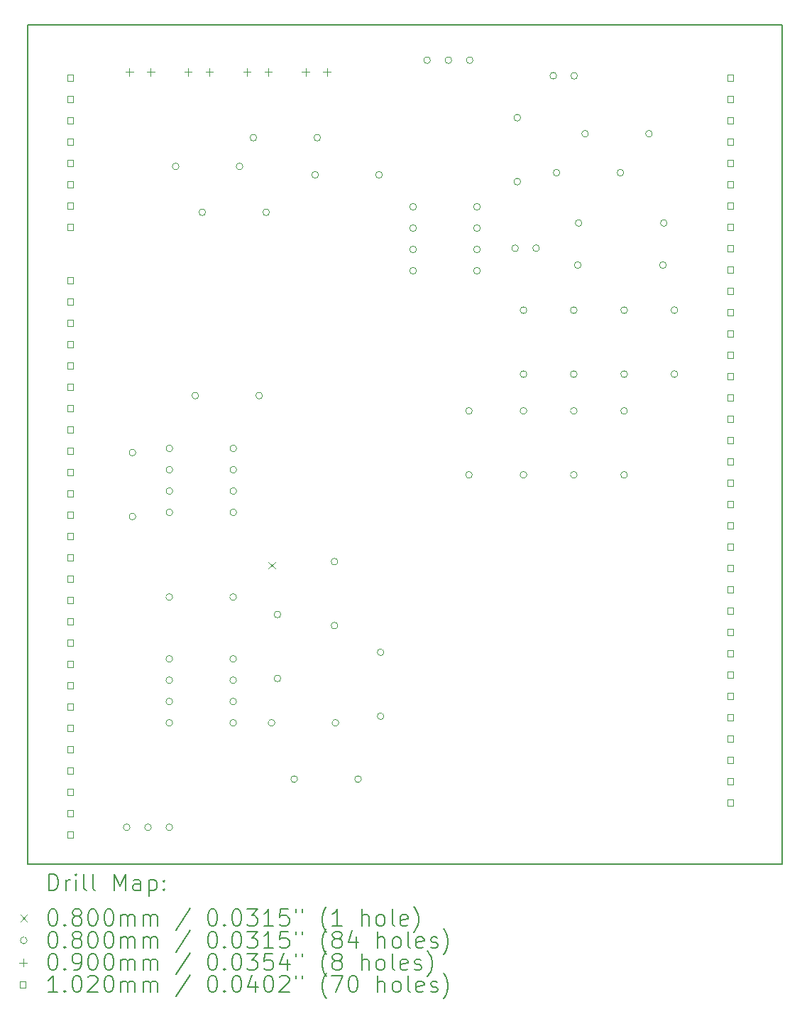
<source format=gbr>
%TF.GenerationSoftware,KiCad,Pcbnew,7.0.11-7.0.11~ubuntu22.04.1*%
%TF.CreationDate,2024-05-31T20:38:37-03:00*%
%TF.ProjectId,Fonte_corrente_mono_V02,466f6e74-655f-4636-9f72-72656e74655f,v02*%
%TF.SameCoordinates,Original*%
%TF.FileFunction,Drillmap*%
%TF.FilePolarity,Positive*%
%FSLAX45Y45*%
G04 Gerber Fmt 4.5, Leading zero omitted, Abs format (unit mm)*
G04 Created by KiCad (PCBNEW 7.0.11-7.0.11~ubuntu22.04.1) date 2024-05-31 20:38:37*
%MOMM*%
%LPD*%
G01*
G04 APERTURE LIST*
%ADD10C,0.150000*%
%ADD11C,0.200000*%
%ADD12C,0.100000*%
%ADD13C,0.102000*%
G04 APERTURE END LIST*
D10*
X10185400Y-3835400D02*
X10185400Y-13835380D01*
X19185382Y-13835380D02*
X10185400Y-13835380D01*
X19185400Y-3835400D02*
X10185400Y-3835400D01*
X19185400Y-13835400D02*
X19185400Y-3835400D01*
D11*
D12*
X13059580Y-10236360D02*
X13139580Y-10316360D01*
X13139580Y-10236360D02*
X13059580Y-10316360D01*
X11406500Y-13398500D02*
G75*
G03*
X11326500Y-13398500I-40000J0D01*
G01*
X11326500Y-13398500D02*
G75*
G03*
X11406500Y-13398500I40000J0D01*
G01*
X11475400Y-8935400D02*
G75*
G03*
X11395400Y-8935400I-40000J0D01*
G01*
X11395400Y-8935400D02*
G75*
G03*
X11475400Y-8935400I40000J0D01*
G01*
X11475400Y-9697400D02*
G75*
G03*
X11395400Y-9697400I-40000J0D01*
G01*
X11395400Y-9697400D02*
G75*
G03*
X11475400Y-9697400I40000J0D01*
G01*
X11660500Y-13398500D02*
G75*
G03*
X11580500Y-13398500I-40000J0D01*
G01*
X11580500Y-13398500D02*
G75*
G03*
X11660500Y-13398500I40000J0D01*
G01*
X11914400Y-10655400D02*
G75*
G03*
X11834400Y-10655400I-40000J0D01*
G01*
X11834400Y-10655400D02*
G75*
G03*
X11914400Y-10655400I40000J0D01*
G01*
X11914500Y-11391900D02*
G75*
G03*
X11834500Y-11391900I-40000J0D01*
G01*
X11834500Y-11391900D02*
G75*
G03*
X11914500Y-11391900I40000J0D01*
G01*
X11914500Y-11645900D02*
G75*
G03*
X11834500Y-11645900I-40000J0D01*
G01*
X11834500Y-11645900D02*
G75*
G03*
X11914500Y-11645900I40000J0D01*
G01*
X11914500Y-11899900D02*
G75*
G03*
X11834500Y-11899900I-40000J0D01*
G01*
X11834500Y-11899900D02*
G75*
G03*
X11914500Y-11899900I40000J0D01*
G01*
X11914500Y-12153900D02*
G75*
G03*
X11834500Y-12153900I-40000J0D01*
G01*
X11834500Y-12153900D02*
G75*
G03*
X11914500Y-12153900I40000J0D01*
G01*
X11914500Y-13398500D02*
G75*
G03*
X11834500Y-13398500I-40000J0D01*
G01*
X11834500Y-13398500D02*
G75*
G03*
X11914500Y-13398500I40000J0D01*
G01*
X11915400Y-8885400D02*
G75*
G03*
X11835400Y-8885400I-40000J0D01*
G01*
X11835400Y-8885400D02*
G75*
G03*
X11915400Y-8885400I40000J0D01*
G01*
X11915400Y-9139400D02*
G75*
G03*
X11835400Y-9139400I-40000J0D01*
G01*
X11835400Y-9139400D02*
G75*
G03*
X11915400Y-9139400I40000J0D01*
G01*
X11915400Y-9393400D02*
G75*
G03*
X11835400Y-9393400I-40000J0D01*
G01*
X11835400Y-9393400D02*
G75*
G03*
X11915400Y-9393400I40000J0D01*
G01*
X11915400Y-9647400D02*
G75*
G03*
X11835400Y-9647400I-40000J0D01*
G01*
X11835400Y-9647400D02*
G75*
G03*
X11915400Y-9647400I40000J0D01*
G01*
X11990700Y-5524500D02*
G75*
G03*
X11910700Y-5524500I-40000J0D01*
G01*
X11910700Y-5524500D02*
G75*
G03*
X11990700Y-5524500I40000J0D01*
G01*
X12224400Y-8255400D02*
G75*
G03*
X12144400Y-8255400I-40000J0D01*
G01*
X12144400Y-8255400D02*
G75*
G03*
X12224400Y-8255400I40000J0D01*
G01*
X12308200Y-6070600D02*
G75*
G03*
X12228200Y-6070600I-40000J0D01*
G01*
X12228200Y-6070600D02*
G75*
G03*
X12308200Y-6070600I40000J0D01*
G01*
X12676400Y-10655400D02*
G75*
G03*
X12596400Y-10655400I-40000J0D01*
G01*
X12596400Y-10655400D02*
G75*
G03*
X12676400Y-10655400I40000J0D01*
G01*
X12676500Y-11391900D02*
G75*
G03*
X12596500Y-11391900I-40000J0D01*
G01*
X12596500Y-11391900D02*
G75*
G03*
X12676500Y-11391900I40000J0D01*
G01*
X12676500Y-11645900D02*
G75*
G03*
X12596500Y-11645900I-40000J0D01*
G01*
X12596500Y-11645900D02*
G75*
G03*
X12676500Y-11645900I40000J0D01*
G01*
X12676500Y-11899900D02*
G75*
G03*
X12596500Y-11899900I-40000J0D01*
G01*
X12596500Y-11899900D02*
G75*
G03*
X12676500Y-11899900I40000J0D01*
G01*
X12676500Y-12153900D02*
G75*
G03*
X12596500Y-12153900I-40000J0D01*
G01*
X12596500Y-12153900D02*
G75*
G03*
X12676500Y-12153900I40000J0D01*
G01*
X12677400Y-8885400D02*
G75*
G03*
X12597400Y-8885400I-40000J0D01*
G01*
X12597400Y-8885400D02*
G75*
G03*
X12677400Y-8885400I40000J0D01*
G01*
X12677400Y-9139400D02*
G75*
G03*
X12597400Y-9139400I-40000J0D01*
G01*
X12597400Y-9139400D02*
G75*
G03*
X12677400Y-9139400I40000J0D01*
G01*
X12677400Y-9393400D02*
G75*
G03*
X12597400Y-9393400I-40000J0D01*
G01*
X12597400Y-9393400D02*
G75*
G03*
X12677400Y-9393400I40000J0D01*
G01*
X12677400Y-9647400D02*
G75*
G03*
X12597400Y-9647400I-40000J0D01*
G01*
X12597400Y-9647400D02*
G75*
G03*
X12677400Y-9647400I40000J0D01*
G01*
X12752700Y-5524500D02*
G75*
G03*
X12672700Y-5524500I-40000J0D01*
G01*
X12672700Y-5524500D02*
G75*
G03*
X12752700Y-5524500I40000J0D01*
G01*
X12917800Y-5181600D02*
G75*
G03*
X12837800Y-5181600I-40000J0D01*
G01*
X12837800Y-5181600D02*
G75*
G03*
X12917800Y-5181600I40000J0D01*
G01*
X12986400Y-8255400D02*
G75*
G03*
X12906400Y-8255400I-40000J0D01*
G01*
X12906400Y-8255400D02*
G75*
G03*
X12986400Y-8255400I40000J0D01*
G01*
X13070200Y-6070600D02*
G75*
G03*
X12990200Y-6070600I-40000J0D01*
G01*
X12990200Y-6070600D02*
G75*
G03*
X13070200Y-6070600I40000J0D01*
G01*
X13134400Y-12155400D02*
G75*
G03*
X13054400Y-12155400I-40000J0D01*
G01*
X13054400Y-12155400D02*
G75*
G03*
X13134400Y-12155400I40000J0D01*
G01*
X13205400Y-10864400D02*
G75*
G03*
X13125400Y-10864400I-40000J0D01*
G01*
X13125400Y-10864400D02*
G75*
G03*
X13205400Y-10864400I40000J0D01*
G01*
X13205400Y-11626400D02*
G75*
G03*
X13125400Y-11626400I-40000J0D01*
G01*
X13125400Y-11626400D02*
G75*
G03*
X13205400Y-11626400I40000J0D01*
G01*
X13404400Y-12825400D02*
G75*
G03*
X13324400Y-12825400I-40000J0D01*
G01*
X13324400Y-12825400D02*
G75*
G03*
X13404400Y-12825400I40000J0D01*
G01*
X13654400Y-5626100D02*
G75*
G03*
X13574400Y-5626100I-40000J0D01*
G01*
X13574400Y-5626100D02*
G75*
G03*
X13654400Y-5626100I40000J0D01*
G01*
X13679800Y-5181600D02*
G75*
G03*
X13599800Y-5181600I-40000J0D01*
G01*
X13599800Y-5181600D02*
G75*
G03*
X13679800Y-5181600I40000J0D01*
G01*
X13885400Y-10234400D02*
G75*
G03*
X13805400Y-10234400I-40000J0D01*
G01*
X13805400Y-10234400D02*
G75*
G03*
X13885400Y-10234400I40000J0D01*
G01*
X13885400Y-10996400D02*
G75*
G03*
X13805400Y-10996400I-40000J0D01*
G01*
X13805400Y-10996400D02*
G75*
G03*
X13885400Y-10996400I40000J0D01*
G01*
X13896400Y-12155400D02*
G75*
G03*
X13816400Y-12155400I-40000J0D01*
G01*
X13816400Y-12155400D02*
G75*
G03*
X13896400Y-12155400I40000J0D01*
G01*
X14166400Y-12825400D02*
G75*
G03*
X14086400Y-12825400I-40000J0D01*
G01*
X14086400Y-12825400D02*
G75*
G03*
X14166400Y-12825400I40000J0D01*
G01*
X14416400Y-5626100D02*
G75*
G03*
X14336400Y-5626100I-40000J0D01*
G01*
X14336400Y-5626100D02*
G75*
G03*
X14416400Y-5626100I40000J0D01*
G01*
X14435400Y-11314400D02*
G75*
G03*
X14355400Y-11314400I-40000J0D01*
G01*
X14355400Y-11314400D02*
G75*
G03*
X14435400Y-11314400I40000J0D01*
G01*
X14435400Y-12076400D02*
G75*
G03*
X14355400Y-12076400I-40000J0D01*
G01*
X14355400Y-12076400D02*
G75*
G03*
X14435400Y-12076400I40000J0D01*
G01*
X14822800Y-6007100D02*
G75*
G03*
X14742800Y-6007100I-40000J0D01*
G01*
X14742800Y-6007100D02*
G75*
G03*
X14822800Y-6007100I40000J0D01*
G01*
X14822800Y-6261100D02*
G75*
G03*
X14742800Y-6261100I-40000J0D01*
G01*
X14742800Y-6261100D02*
G75*
G03*
X14822800Y-6261100I40000J0D01*
G01*
X14822800Y-6515100D02*
G75*
G03*
X14742800Y-6515100I-40000J0D01*
G01*
X14742800Y-6515100D02*
G75*
G03*
X14822800Y-6515100I40000J0D01*
G01*
X14822800Y-6769100D02*
G75*
G03*
X14742800Y-6769100I-40000J0D01*
G01*
X14742800Y-6769100D02*
G75*
G03*
X14822800Y-6769100I40000J0D01*
G01*
X14990000Y-4260000D02*
G75*
G03*
X14910000Y-4260000I-40000J0D01*
G01*
X14910000Y-4260000D02*
G75*
G03*
X14990000Y-4260000I40000J0D01*
G01*
X15244000Y-4260000D02*
G75*
G03*
X15164000Y-4260000I-40000J0D01*
G01*
X15164000Y-4260000D02*
G75*
G03*
X15244000Y-4260000I40000J0D01*
G01*
X15490000Y-8438000D02*
G75*
G03*
X15410000Y-8438000I-40000J0D01*
G01*
X15410000Y-8438000D02*
G75*
G03*
X15490000Y-8438000I40000J0D01*
G01*
X15490000Y-9200000D02*
G75*
G03*
X15410000Y-9200000I-40000J0D01*
G01*
X15410000Y-9200000D02*
G75*
G03*
X15490000Y-9200000I40000J0D01*
G01*
X15498000Y-4260000D02*
G75*
G03*
X15418000Y-4260000I-40000J0D01*
G01*
X15418000Y-4260000D02*
G75*
G03*
X15498000Y-4260000I40000J0D01*
G01*
X15584800Y-6007100D02*
G75*
G03*
X15504800Y-6007100I-40000J0D01*
G01*
X15504800Y-6007100D02*
G75*
G03*
X15584800Y-6007100I40000J0D01*
G01*
X15584800Y-6261100D02*
G75*
G03*
X15504800Y-6261100I-40000J0D01*
G01*
X15504800Y-6261100D02*
G75*
G03*
X15584800Y-6261100I40000J0D01*
G01*
X15584800Y-6515100D02*
G75*
G03*
X15504800Y-6515100I-40000J0D01*
G01*
X15504800Y-6515100D02*
G75*
G03*
X15584800Y-6515100I40000J0D01*
G01*
X15584800Y-6769100D02*
G75*
G03*
X15504800Y-6769100I-40000J0D01*
G01*
X15504800Y-6769100D02*
G75*
G03*
X15584800Y-6769100I40000J0D01*
G01*
X16040000Y-6500000D02*
G75*
G03*
X15960000Y-6500000I-40000J0D01*
G01*
X15960000Y-6500000D02*
G75*
G03*
X16040000Y-6500000I40000J0D01*
G01*
X16065400Y-4944400D02*
G75*
G03*
X15985400Y-4944400I-40000J0D01*
G01*
X15985400Y-4944400D02*
G75*
G03*
X16065400Y-4944400I40000J0D01*
G01*
X16065400Y-5706400D02*
G75*
G03*
X15985400Y-5706400I-40000J0D01*
G01*
X15985400Y-5706400D02*
G75*
G03*
X16065400Y-5706400I40000J0D01*
G01*
X16140000Y-7238000D02*
G75*
G03*
X16060000Y-7238000I-40000J0D01*
G01*
X16060000Y-7238000D02*
G75*
G03*
X16140000Y-7238000I40000J0D01*
G01*
X16140000Y-8000000D02*
G75*
G03*
X16060000Y-8000000I-40000J0D01*
G01*
X16060000Y-8000000D02*
G75*
G03*
X16140000Y-8000000I40000J0D01*
G01*
X16140000Y-8438000D02*
G75*
G03*
X16060000Y-8438000I-40000J0D01*
G01*
X16060000Y-8438000D02*
G75*
G03*
X16140000Y-8438000I40000J0D01*
G01*
X16140000Y-9200000D02*
G75*
G03*
X16060000Y-9200000I-40000J0D01*
G01*
X16060000Y-9200000D02*
G75*
G03*
X16140000Y-9200000I40000J0D01*
G01*
X16290000Y-6500000D02*
G75*
G03*
X16210000Y-6500000I-40000J0D01*
G01*
X16210000Y-6500000D02*
G75*
G03*
X16290000Y-6500000I40000J0D01*
G01*
X16494890Y-4445400D02*
G75*
G03*
X16414890Y-4445400I-40000J0D01*
G01*
X16414890Y-4445400D02*
G75*
G03*
X16494890Y-4445400I40000J0D01*
G01*
X16534400Y-5600000D02*
G75*
G03*
X16454400Y-5600000I-40000J0D01*
G01*
X16454400Y-5600000D02*
G75*
G03*
X16534400Y-5600000I40000J0D01*
G01*
X16740000Y-7238000D02*
G75*
G03*
X16660000Y-7238000I-40000J0D01*
G01*
X16660000Y-7238000D02*
G75*
G03*
X16740000Y-7238000I40000J0D01*
G01*
X16740000Y-8000000D02*
G75*
G03*
X16660000Y-8000000I-40000J0D01*
G01*
X16660000Y-8000000D02*
G75*
G03*
X16740000Y-8000000I40000J0D01*
G01*
X16740000Y-8438000D02*
G75*
G03*
X16660000Y-8438000I-40000J0D01*
G01*
X16660000Y-8438000D02*
G75*
G03*
X16740000Y-8438000I40000J0D01*
G01*
X16740000Y-9200000D02*
G75*
G03*
X16660000Y-9200000I-40000J0D01*
G01*
X16660000Y-9200000D02*
G75*
G03*
X16740000Y-9200000I40000J0D01*
G01*
X16744890Y-4445400D02*
G75*
G03*
X16664890Y-4445400I-40000J0D01*
G01*
X16664890Y-4445400D02*
G75*
G03*
X16744890Y-4445400I40000J0D01*
G01*
X16787400Y-6700000D02*
G75*
G03*
X16707400Y-6700000I-40000J0D01*
G01*
X16707400Y-6700000D02*
G75*
G03*
X16787400Y-6700000I40000J0D01*
G01*
X16797400Y-6200000D02*
G75*
G03*
X16717400Y-6200000I-40000J0D01*
G01*
X16717400Y-6200000D02*
G75*
G03*
X16797400Y-6200000I40000J0D01*
G01*
X16874400Y-5135400D02*
G75*
G03*
X16794400Y-5135400I-40000J0D01*
G01*
X16794400Y-5135400D02*
G75*
G03*
X16874400Y-5135400I40000J0D01*
G01*
X17296400Y-5600000D02*
G75*
G03*
X17216400Y-5600000I-40000J0D01*
G01*
X17216400Y-5600000D02*
G75*
G03*
X17296400Y-5600000I40000J0D01*
G01*
X17340000Y-7238000D02*
G75*
G03*
X17260000Y-7238000I-40000J0D01*
G01*
X17260000Y-7238000D02*
G75*
G03*
X17340000Y-7238000I40000J0D01*
G01*
X17340000Y-8000000D02*
G75*
G03*
X17260000Y-8000000I-40000J0D01*
G01*
X17260000Y-8000000D02*
G75*
G03*
X17340000Y-8000000I40000J0D01*
G01*
X17340000Y-8438000D02*
G75*
G03*
X17260000Y-8438000I-40000J0D01*
G01*
X17260000Y-8438000D02*
G75*
G03*
X17340000Y-8438000I40000J0D01*
G01*
X17340000Y-9200000D02*
G75*
G03*
X17260000Y-9200000I-40000J0D01*
G01*
X17260000Y-9200000D02*
G75*
G03*
X17340000Y-9200000I40000J0D01*
G01*
X17636400Y-5135400D02*
G75*
G03*
X17556400Y-5135400I-40000J0D01*
G01*
X17556400Y-5135400D02*
G75*
G03*
X17636400Y-5135400I40000J0D01*
G01*
X17803400Y-6700000D02*
G75*
G03*
X17723400Y-6700000I-40000J0D01*
G01*
X17723400Y-6700000D02*
G75*
G03*
X17803400Y-6700000I40000J0D01*
G01*
X17813400Y-6200000D02*
G75*
G03*
X17733400Y-6200000I-40000J0D01*
G01*
X17733400Y-6200000D02*
G75*
G03*
X17813400Y-6200000I40000J0D01*
G01*
X17940000Y-7238000D02*
G75*
G03*
X17860000Y-7238000I-40000J0D01*
G01*
X17860000Y-7238000D02*
G75*
G03*
X17940000Y-7238000I40000J0D01*
G01*
X17940000Y-8000000D02*
G75*
G03*
X17860000Y-8000000I-40000J0D01*
G01*
X17860000Y-8000000D02*
G75*
G03*
X17940000Y-8000000I40000J0D01*
G01*
X11400000Y-4355000D02*
X11400000Y-4445000D01*
X11355000Y-4400000D02*
X11445000Y-4400000D01*
X11654000Y-4355000D02*
X11654000Y-4445000D01*
X11609000Y-4400000D02*
X11699000Y-4400000D01*
X12100000Y-4355000D02*
X12100000Y-4445000D01*
X12055000Y-4400000D02*
X12145000Y-4400000D01*
X12354000Y-4355000D02*
X12354000Y-4445000D01*
X12309000Y-4400000D02*
X12399000Y-4400000D01*
X12800000Y-4355000D02*
X12800000Y-4445000D01*
X12755000Y-4400000D02*
X12845000Y-4400000D01*
X13054000Y-4355000D02*
X13054000Y-4445000D01*
X13009000Y-4400000D02*
X13099000Y-4400000D01*
X13500000Y-4355000D02*
X13500000Y-4445000D01*
X13455000Y-4400000D02*
X13545000Y-4400000D01*
X13754000Y-4355000D02*
X13754000Y-4445000D01*
X13709000Y-4400000D02*
X13799000Y-4400000D01*
D13*
X10729463Y-4506463D02*
X10729463Y-4434337D01*
X10657337Y-4434337D01*
X10657337Y-4506463D01*
X10729463Y-4506463D01*
X10729463Y-4760463D02*
X10729463Y-4688337D01*
X10657337Y-4688337D01*
X10657337Y-4760463D01*
X10729463Y-4760463D01*
X10729463Y-5014463D02*
X10729463Y-4942337D01*
X10657337Y-4942337D01*
X10657337Y-5014463D01*
X10729463Y-5014463D01*
X10729463Y-5268463D02*
X10729463Y-5196337D01*
X10657337Y-5196337D01*
X10657337Y-5268463D01*
X10729463Y-5268463D01*
X10729463Y-5522463D02*
X10729463Y-5450337D01*
X10657337Y-5450337D01*
X10657337Y-5522463D01*
X10729463Y-5522463D01*
X10729463Y-5776463D02*
X10729463Y-5704337D01*
X10657337Y-5704337D01*
X10657337Y-5776463D01*
X10729463Y-5776463D01*
X10729463Y-6030463D02*
X10729463Y-5958337D01*
X10657337Y-5958337D01*
X10657337Y-6030463D01*
X10729463Y-6030463D01*
X10729463Y-6284463D02*
X10729463Y-6212337D01*
X10657337Y-6212337D01*
X10657337Y-6284463D01*
X10729463Y-6284463D01*
X10729463Y-6919463D02*
X10729463Y-6847337D01*
X10657337Y-6847337D01*
X10657337Y-6919463D01*
X10729463Y-6919463D01*
X10729463Y-7173463D02*
X10729463Y-7101337D01*
X10657337Y-7101337D01*
X10657337Y-7173463D01*
X10729463Y-7173463D01*
X10729463Y-7427463D02*
X10729463Y-7355337D01*
X10657337Y-7355337D01*
X10657337Y-7427463D01*
X10729463Y-7427463D01*
X10729463Y-7681463D02*
X10729463Y-7609337D01*
X10657337Y-7609337D01*
X10657337Y-7681463D01*
X10729463Y-7681463D01*
X10729463Y-7935463D02*
X10729463Y-7863337D01*
X10657337Y-7863337D01*
X10657337Y-7935463D01*
X10729463Y-7935463D01*
X10729463Y-8189463D02*
X10729463Y-8117337D01*
X10657337Y-8117337D01*
X10657337Y-8189463D01*
X10729463Y-8189463D01*
X10729463Y-8443463D02*
X10729463Y-8371337D01*
X10657337Y-8371337D01*
X10657337Y-8443463D01*
X10729463Y-8443463D01*
X10729463Y-8697463D02*
X10729463Y-8625337D01*
X10657337Y-8625337D01*
X10657337Y-8697463D01*
X10729463Y-8697463D01*
X10729463Y-8951463D02*
X10729463Y-8879337D01*
X10657337Y-8879337D01*
X10657337Y-8951463D01*
X10729463Y-8951463D01*
X10729463Y-9205463D02*
X10729463Y-9133337D01*
X10657337Y-9133337D01*
X10657337Y-9205463D01*
X10729463Y-9205463D01*
X10729463Y-9459463D02*
X10729463Y-9387337D01*
X10657337Y-9387337D01*
X10657337Y-9459463D01*
X10729463Y-9459463D01*
X10729463Y-9713463D02*
X10729463Y-9641337D01*
X10657337Y-9641337D01*
X10657337Y-9713463D01*
X10729463Y-9713463D01*
X10729463Y-9967463D02*
X10729463Y-9895337D01*
X10657337Y-9895337D01*
X10657337Y-9967463D01*
X10729463Y-9967463D01*
X10729463Y-10221463D02*
X10729463Y-10149337D01*
X10657337Y-10149337D01*
X10657337Y-10221463D01*
X10729463Y-10221463D01*
X10729463Y-10475463D02*
X10729463Y-10403337D01*
X10657337Y-10403337D01*
X10657337Y-10475463D01*
X10729463Y-10475463D01*
X10729463Y-10729463D02*
X10729463Y-10657337D01*
X10657337Y-10657337D01*
X10657337Y-10729463D01*
X10729463Y-10729463D01*
X10729463Y-10983463D02*
X10729463Y-10911337D01*
X10657337Y-10911337D01*
X10657337Y-10983463D01*
X10729463Y-10983463D01*
X10729463Y-11237463D02*
X10729463Y-11165337D01*
X10657337Y-11165337D01*
X10657337Y-11237463D01*
X10729463Y-11237463D01*
X10729463Y-11491463D02*
X10729463Y-11419337D01*
X10657337Y-11419337D01*
X10657337Y-11491463D01*
X10729463Y-11491463D01*
X10729463Y-11745463D02*
X10729463Y-11673337D01*
X10657337Y-11673337D01*
X10657337Y-11745463D01*
X10729463Y-11745463D01*
X10729463Y-11999463D02*
X10729463Y-11927337D01*
X10657337Y-11927337D01*
X10657337Y-11999463D01*
X10729463Y-11999463D01*
X10729463Y-12253463D02*
X10729463Y-12181337D01*
X10657337Y-12181337D01*
X10657337Y-12253463D01*
X10729463Y-12253463D01*
X10729463Y-12507463D02*
X10729463Y-12435337D01*
X10657337Y-12435337D01*
X10657337Y-12507463D01*
X10729463Y-12507463D01*
X10729463Y-12761463D02*
X10729463Y-12689337D01*
X10657337Y-12689337D01*
X10657337Y-12761463D01*
X10729463Y-12761463D01*
X10729463Y-13015463D02*
X10729463Y-12943337D01*
X10657337Y-12943337D01*
X10657337Y-13015463D01*
X10729463Y-13015463D01*
X10729463Y-13269463D02*
X10729463Y-13197337D01*
X10657337Y-13197337D01*
X10657337Y-13269463D01*
X10729463Y-13269463D01*
X10729463Y-13523463D02*
X10729463Y-13451337D01*
X10657337Y-13451337D01*
X10657337Y-13523463D01*
X10729463Y-13523463D01*
X18603463Y-4506463D02*
X18603463Y-4434337D01*
X18531337Y-4434337D01*
X18531337Y-4506463D01*
X18603463Y-4506463D01*
X18603463Y-4760463D02*
X18603463Y-4688337D01*
X18531337Y-4688337D01*
X18531337Y-4760463D01*
X18603463Y-4760463D01*
X18603463Y-5014463D02*
X18603463Y-4942337D01*
X18531337Y-4942337D01*
X18531337Y-5014463D01*
X18603463Y-5014463D01*
X18603463Y-5268463D02*
X18603463Y-5196337D01*
X18531337Y-5196337D01*
X18531337Y-5268463D01*
X18603463Y-5268463D01*
X18603463Y-5522463D02*
X18603463Y-5450337D01*
X18531337Y-5450337D01*
X18531337Y-5522463D01*
X18603463Y-5522463D01*
X18603463Y-5776463D02*
X18603463Y-5704337D01*
X18531337Y-5704337D01*
X18531337Y-5776463D01*
X18603463Y-5776463D01*
X18603463Y-6030463D02*
X18603463Y-5958337D01*
X18531337Y-5958337D01*
X18531337Y-6030463D01*
X18603463Y-6030463D01*
X18603463Y-6284463D02*
X18603463Y-6212337D01*
X18531337Y-6212337D01*
X18531337Y-6284463D01*
X18603463Y-6284463D01*
X18603463Y-6538463D02*
X18603463Y-6466337D01*
X18531337Y-6466337D01*
X18531337Y-6538463D01*
X18603463Y-6538463D01*
X18603463Y-6792463D02*
X18603463Y-6720337D01*
X18531337Y-6720337D01*
X18531337Y-6792463D01*
X18603463Y-6792463D01*
X18603463Y-7046463D02*
X18603463Y-6974337D01*
X18531337Y-6974337D01*
X18531337Y-7046463D01*
X18603463Y-7046463D01*
X18603463Y-7300463D02*
X18603463Y-7228337D01*
X18531337Y-7228337D01*
X18531337Y-7300463D01*
X18603463Y-7300463D01*
X18603463Y-7554463D02*
X18603463Y-7482337D01*
X18531337Y-7482337D01*
X18531337Y-7554463D01*
X18603463Y-7554463D01*
X18603463Y-7808463D02*
X18603463Y-7736337D01*
X18531337Y-7736337D01*
X18531337Y-7808463D01*
X18603463Y-7808463D01*
X18603463Y-8062463D02*
X18603463Y-7990337D01*
X18531337Y-7990337D01*
X18531337Y-8062463D01*
X18603463Y-8062463D01*
X18603463Y-8316463D02*
X18603463Y-8244337D01*
X18531337Y-8244337D01*
X18531337Y-8316463D01*
X18603463Y-8316463D01*
X18603463Y-8570463D02*
X18603463Y-8498337D01*
X18531337Y-8498337D01*
X18531337Y-8570463D01*
X18603463Y-8570463D01*
X18603463Y-8824463D02*
X18603463Y-8752337D01*
X18531337Y-8752337D01*
X18531337Y-8824463D01*
X18603463Y-8824463D01*
X18603463Y-9078463D02*
X18603463Y-9006337D01*
X18531337Y-9006337D01*
X18531337Y-9078463D01*
X18603463Y-9078463D01*
X18603463Y-9332463D02*
X18603463Y-9260337D01*
X18531337Y-9260337D01*
X18531337Y-9332463D01*
X18603463Y-9332463D01*
X18603463Y-9586463D02*
X18603463Y-9514337D01*
X18531337Y-9514337D01*
X18531337Y-9586463D01*
X18603463Y-9586463D01*
X18603463Y-9840463D02*
X18603463Y-9768337D01*
X18531337Y-9768337D01*
X18531337Y-9840463D01*
X18603463Y-9840463D01*
X18603463Y-10094463D02*
X18603463Y-10022337D01*
X18531337Y-10022337D01*
X18531337Y-10094463D01*
X18603463Y-10094463D01*
X18603463Y-10348463D02*
X18603463Y-10276337D01*
X18531337Y-10276337D01*
X18531337Y-10348463D01*
X18603463Y-10348463D01*
X18603463Y-10602463D02*
X18603463Y-10530337D01*
X18531337Y-10530337D01*
X18531337Y-10602463D01*
X18603463Y-10602463D01*
X18603463Y-10856463D02*
X18603463Y-10784337D01*
X18531337Y-10784337D01*
X18531337Y-10856463D01*
X18603463Y-10856463D01*
X18603463Y-11110463D02*
X18603463Y-11038337D01*
X18531337Y-11038337D01*
X18531337Y-11110463D01*
X18603463Y-11110463D01*
X18603463Y-11364463D02*
X18603463Y-11292337D01*
X18531337Y-11292337D01*
X18531337Y-11364463D01*
X18603463Y-11364463D01*
X18603463Y-11618463D02*
X18603463Y-11546337D01*
X18531337Y-11546337D01*
X18531337Y-11618463D01*
X18603463Y-11618463D01*
X18603463Y-11872463D02*
X18603463Y-11800337D01*
X18531337Y-11800337D01*
X18531337Y-11872463D01*
X18603463Y-11872463D01*
X18603463Y-12126463D02*
X18603463Y-12054337D01*
X18531337Y-12054337D01*
X18531337Y-12126463D01*
X18603463Y-12126463D01*
X18603463Y-12380463D02*
X18603463Y-12308337D01*
X18531337Y-12308337D01*
X18531337Y-12380463D01*
X18603463Y-12380463D01*
X18603463Y-12634463D02*
X18603463Y-12562337D01*
X18531337Y-12562337D01*
X18531337Y-12634463D01*
X18603463Y-12634463D01*
X18603463Y-12888463D02*
X18603463Y-12816337D01*
X18531337Y-12816337D01*
X18531337Y-12888463D01*
X18603463Y-12888463D01*
X18603463Y-13142463D02*
X18603463Y-13070337D01*
X18531337Y-13070337D01*
X18531337Y-13142463D01*
X18603463Y-13142463D01*
D11*
X10438677Y-14154384D02*
X10438677Y-13954384D01*
X10438677Y-13954384D02*
X10486296Y-13954384D01*
X10486296Y-13954384D02*
X10514867Y-13963908D01*
X10514867Y-13963908D02*
X10533915Y-13982955D01*
X10533915Y-13982955D02*
X10543439Y-14002003D01*
X10543439Y-14002003D02*
X10552963Y-14040098D01*
X10552963Y-14040098D02*
X10552963Y-14068669D01*
X10552963Y-14068669D02*
X10543439Y-14106765D01*
X10543439Y-14106765D02*
X10533915Y-14125812D01*
X10533915Y-14125812D02*
X10514867Y-14144860D01*
X10514867Y-14144860D02*
X10486296Y-14154384D01*
X10486296Y-14154384D02*
X10438677Y-14154384D01*
X10638677Y-14154384D02*
X10638677Y-14021050D01*
X10638677Y-14059146D02*
X10648201Y-14040098D01*
X10648201Y-14040098D02*
X10657724Y-14030574D01*
X10657724Y-14030574D02*
X10676772Y-14021050D01*
X10676772Y-14021050D02*
X10695820Y-14021050D01*
X10762486Y-14154384D02*
X10762486Y-14021050D01*
X10762486Y-13954384D02*
X10752963Y-13963908D01*
X10752963Y-13963908D02*
X10762486Y-13973431D01*
X10762486Y-13973431D02*
X10772010Y-13963908D01*
X10772010Y-13963908D02*
X10762486Y-13954384D01*
X10762486Y-13954384D02*
X10762486Y-13973431D01*
X10886296Y-14154384D02*
X10867248Y-14144860D01*
X10867248Y-14144860D02*
X10857724Y-14125812D01*
X10857724Y-14125812D02*
X10857724Y-13954384D01*
X10991058Y-14154384D02*
X10972010Y-14144860D01*
X10972010Y-14144860D02*
X10962486Y-14125812D01*
X10962486Y-14125812D02*
X10962486Y-13954384D01*
X11219629Y-14154384D02*
X11219629Y-13954384D01*
X11219629Y-13954384D02*
X11286296Y-14097241D01*
X11286296Y-14097241D02*
X11352962Y-13954384D01*
X11352962Y-13954384D02*
X11352962Y-14154384D01*
X11533915Y-14154384D02*
X11533915Y-14049622D01*
X11533915Y-14049622D02*
X11524391Y-14030574D01*
X11524391Y-14030574D02*
X11505343Y-14021050D01*
X11505343Y-14021050D02*
X11467248Y-14021050D01*
X11467248Y-14021050D02*
X11448201Y-14030574D01*
X11533915Y-14144860D02*
X11514867Y-14154384D01*
X11514867Y-14154384D02*
X11467248Y-14154384D01*
X11467248Y-14154384D02*
X11448201Y-14144860D01*
X11448201Y-14144860D02*
X11438677Y-14125812D01*
X11438677Y-14125812D02*
X11438677Y-14106765D01*
X11438677Y-14106765D02*
X11448201Y-14087717D01*
X11448201Y-14087717D02*
X11467248Y-14078193D01*
X11467248Y-14078193D02*
X11514867Y-14078193D01*
X11514867Y-14078193D02*
X11533915Y-14068669D01*
X11629153Y-14021050D02*
X11629153Y-14221050D01*
X11629153Y-14030574D02*
X11648201Y-14021050D01*
X11648201Y-14021050D02*
X11686296Y-14021050D01*
X11686296Y-14021050D02*
X11705343Y-14030574D01*
X11705343Y-14030574D02*
X11714867Y-14040098D01*
X11714867Y-14040098D02*
X11724391Y-14059146D01*
X11724391Y-14059146D02*
X11724391Y-14116288D01*
X11724391Y-14116288D02*
X11714867Y-14135336D01*
X11714867Y-14135336D02*
X11705343Y-14144860D01*
X11705343Y-14144860D02*
X11686296Y-14154384D01*
X11686296Y-14154384D02*
X11648201Y-14154384D01*
X11648201Y-14154384D02*
X11629153Y-14144860D01*
X11810105Y-14135336D02*
X11819629Y-14144860D01*
X11819629Y-14144860D02*
X11810105Y-14154384D01*
X11810105Y-14154384D02*
X11800582Y-14144860D01*
X11800582Y-14144860D02*
X11810105Y-14135336D01*
X11810105Y-14135336D02*
X11810105Y-14154384D01*
X11810105Y-14030574D02*
X11819629Y-14040098D01*
X11819629Y-14040098D02*
X11810105Y-14049622D01*
X11810105Y-14049622D02*
X11800582Y-14040098D01*
X11800582Y-14040098D02*
X11810105Y-14030574D01*
X11810105Y-14030574D02*
X11810105Y-14049622D01*
D12*
X10097900Y-14442900D02*
X10177900Y-14522900D01*
X10177900Y-14442900D02*
X10097900Y-14522900D01*
D11*
X10476772Y-14374384D02*
X10495820Y-14374384D01*
X10495820Y-14374384D02*
X10514867Y-14383908D01*
X10514867Y-14383908D02*
X10524391Y-14393431D01*
X10524391Y-14393431D02*
X10533915Y-14412479D01*
X10533915Y-14412479D02*
X10543439Y-14450574D01*
X10543439Y-14450574D02*
X10543439Y-14498193D01*
X10543439Y-14498193D02*
X10533915Y-14536288D01*
X10533915Y-14536288D02*
X10524391Y-14555336D01*
X10524391Y-14555336D02*
X10514867Y-14564860D01*
X10514867Y-14564860D02*
X10495820Y-14574384D01*
X10495820Y-14574384D02*
X10476772Y-14574384D01*
X10476772Y-14574384D02*
X10457724Y-14564860D01*
X10457724Y-14564860D02*
X10448201Y-14555336D01*
X10448201Y-14555336D02*
X10438677Y-14536288D01*
X10438677Y-14536288D02*
X10429153Y-14498193D01*
X10429153Y-14498193D02*
X10429153Y-14450574D01*
X10429153Y-14450574D02*
X10438677Y-14412479D01*
X10438677Y-14412479D02*
X10448201Y-14393431D01*
X10448201Y-14393431D02*
X10457724Y-14383908D01*
X10457724Y-14383908D02*
X10476772Y-14374384D01*
X10629153Y-14555336D02*
X10638677Y-14564860D01*
X10638677Y-14564860D02*
X10629153Y-14574384D01*
X10629153Y-14574384D02*
X10619629Y-14564860D01*
X10619629Y-14564860D02*
X10629153Y-14555336D01*
X10629153Y-14555336D02*
X10629153Y-14574384D01*
X10752963Y-14460098D02*
X10733915Y-14450574D01*
X10733915Y-14450574D02*
X10724391Y-14441050D01*
X10724391Y-14441050D02*
X10714867Y-14422003D01*
X10714867Y-14422003D02*
X10714867Y-14412479D01*
X10714867Y-14412479D02*
X10724391Y-14393431D01*
X10724391Y-14393431D02*
X10733915Y-14383908D01*
X10733915Y-14383908D02*
X10752963Y-14374384D01*
X10752963Y-14374384D02*
X10791058Y-14374384D01*
X10791058Y-14374384D02*
X10810105Y-14383908D01*
X10810105Y-14383908D02*
X10819629Y-14393431D01*
X10819629Y-14393431D02*
X10829153Y-14412479D01*
X10829153Y-14412479D02*
X10829153Y-14422003D01*
X10829153Y-14422003D02*
X10819629Y-14441050D01*
X10819629Y-14441050D02*
X10810105Y-14450574D01*
X10810105Y-14450574D02*
X10791058Y-14460098D01*
X10791058Y-14460098D02*
X10752963Y-14460098D01*
X10752963Y-14460098D02*
X10733915Y-14469622D01*
X10733915Y-14469622D02*
X10724391Y-14479146D01*
X10724391Y-14479146D02*
X10714867Y-14498193D01*
X10714867Y-14498193D02*
X10714867Y-14536288D01*
X10714867Y-14536288D02*
X10724391Y-14555336D01*
X10724391Y-14555336D02*
X10733915Y-14564860D01*
X10733915Y-14564860D02*
X10752963Y-14574384D01*
X10752963Y-14574384D02*
X10791058Y-14574384D01*
X10791058Y-14574384D02*
X10810105Y-14564860D01*
X10810105Y-14564860D02*
X10819629Y-14555336D01*
X10819629Y-14555336D02*
X10829153Y-14536288D01*
X10829153Y-14536288D02*
X10829153Y-14498193D01*
X10829153Y-14498193D02*
X10819629Y-14479146D01*
X10819629Y-14479146D02*
X10810105Y-14469622D01*
X10810105Y-14469622D02*
X10791058Y-14460098D01*
X10952963Y-14374384D02*
X10972010Y-14374384D01*
X10972010Y-14374384D02*
X10991058Y-14383908D01*
X10991058Y-14383908D02*
X11000582Y-14393431D01*
X11000582Y-14393431D02*
X11010105Y-14412479D01*
X11010105Y-14412479D02*
X11019629Y-14450574D01*
X11019629Y-14450574D02*
X11019629Y-14498193D01*
X11019629Y-14498193D02*
X11010105Y-14536288D01*
X11010105Y-14536288D02*
X11000582Y-14555336D01*
X11000582Y-14555336D02*
X10991058Y-14564860D01*
X10991058Y-14564860D02*
X10972010Y-14574384D01*
X10972010Y-14574384D02*
X10952963Y-14574384D01*
X10952963Y-14574384D02*
X10933915Y-14564860D01*
X10933915Y-14564860D02*
X10924391Y-14555336D01*
X10924391Y-14555336D02*
X10914867Y-14536288D01*
X10914867Y-14536288D02*
X10905344Y-14498193D01*
X10905344Y-14498193D02*
X10905344Y-14450574D01*
X10905344Y-14450574D02*
X10914867Y-14412479D01*
X10914867Y-14412479D02*
X10924391Y-14393431D01*
X10924391Y-14393431D02*
X10933915Y-14383908D01*
X10933915Y-14383908D02*
X10952963Y-14374384D01*
X11143439Y-14374384D02*
X11162486Y-14374384D01*
X11162486Y-14374384D02*
X11181534Y-14383908D01*
X11181534Y-14383908D02*
X11191058Y-14393431D01*
X11191058Y-14393431D02*
X11200582Y-14412479D01*
X11200582Y-14412479D02*
X11210105Y-14450574D01*
X11210105Y-14450574D02*
X11210105Y-14498193D01*
X11210105Y-14498193D02*
X11200582Y-14536288D01*
X11200582Y-14536288D02*
X11191058Y-14555336D01*
X11191058Y-14555336D02*
X11181534Y-14564860D01*
X11181534Y-14564860D02*
X11162486Y-14574384D01*
X11162486Y-14574384D02*
X11143439Y-14574384D01*
X11143439Y-14574384D02*
X11124391Y-14564860D01*
X11124391Y-14564860D02*
X11114867Y-14555336D01*
X11114867Y-14555336D02*
X11105344Y-14536288D01*
X11105344Y-14536288D02*
X11095820Y-14498193D01*
X11095820Y-14498193D02*
X11095820Y-14450574D01*
X11095820Y-14450574D02*
X11105344Y-14412479D01*
X11105344Y-14412479D02*
X11114867Y-14393431D01*
X11114867Y-14393431D02*
X11124391Y-14383908D01*
X11124391Y-14383908D02*
X11143439Y-14374384D01*
X11295820Y-14574384D02*
X11295820Y-14441050D01*
X11295820Y-14460098D02*
X11305343Y-14450574D01*
X11305343Y-14450574D02*
X11324391Y-14441050D01*
X11324391Y-14441050D02*
X11352963Y-14441050D01*
X11352963Y-14441050D02*
X11372010Y-14450574D01*
X11372010Y-14450574D02*
X11381534Y-14469622D01*
X11381534Y-14469622D02*
X11381534Y-14574384D01*
X11381534Y-14469622D02*
X11391058Y-14450574D01*
X11391058Y-14450574D02*
X11410105Y-14441050D01*
X11410105Y-14441050D02*
X11438677Y-14441050D01*
X11438677Y-14441050D02*
X11457724Y-14450574D01*
X11457724Y-14450574D02*
X11467248Y-14469622D01*
X11467248Y-14469622D02*
X11467248Y-14574384D01*
X11562486Y-14574384D02*
X11562486Y-14441050D01*
X11562486Y-14460098D02*
X11572010Y-14450574D01*
X11572010Y-14450574D02*
X11591058Y-14441050D01*
X11591058Y-14441050D02*
X11619629Y-14441050D01*
X11619629Y-14441050D02*
X11638677Y-14450574D01*
X11638677Y-14450574D02*
X11648201Y-14469622D01*
X11648201Y-14469622D02*
X11648201Y-14574384D01*
X11648201Y-14469622D02*
X11657724Y-14450574D01*
X11657724Y-14450574D02*
X11676772Y-14441050D01*
X11676772Y-14441050D02*
X11705343Y-14441050D01*
X11705343Y-14441050D02*
X11724391Y-14450574D01*
X11724391Y-14450574D02*
X11733915Y-14469622D01*
X11733915Y-14469622D02*
X11733915Y-14574384D01*
X12124391Y-14364860D02*
X11952963Y-14622003D01*
X12381534Y-14374384D02*
X12400582Y-14374384D01*
X12400582Y-14374384D02*
X12419629Y-14383908D01*
X12419629Y-14383908D02*
X12429153Y-14393431D01*
X12429153Y-14393431D02*
X12438677Y-14412479D01*
X12438677Y-14412479D02*
X12448201Y-14450574D01*
X12448201Y-14450574D02*
X12448201Y-14498193D01*
X12448201Y-14498193D02*
X12438677Y-14536288D01*
X12438677Y-14536288D02*
X12429153Y-14555336D01*
X12429153Y-14555336D02*
X12419629Y-14564860D01*
X12419629Y-14564860D02*
X12400582Y-14574384D01*
X12400582Y-14574384D02*
X12381534Y-14574384D01*
X12381534Y-14574384D02*
X12362486Y-14564860D01*
X12362486Y-14564860D02*
X12352963Y-14555336D01*
X12352963Y-14555336D02*
X12343439Y-14536288D01*
X12343439Y-14536288D02*
X12333915Y-14498193D01*
X12333915Y-14498193D02*
X12333915Y-14450574D01*
X12333915Y-14450574D02*
X12343439Y-14412479D01*
X12343439Y-14412479D02*
X12352963Y-14393431D01*
X12352963Y-14393431D02*
X12362486Y-14383908D01*
X12362486Y-14383908D02*
X12381534Y-14374384D01*
X12533915Y-14555336D02*
X12543439Y-14564860D01*
X12543439Y-14564860D02*
X12533915Y-14574384D01*
X12533915Y-14574384D02*
X12524391Y-14564860D01*
X12524391Y-14564860D02*
X12533915Y-14555336D01*
X12533915Y-14555336D02*
X12533915Y-14574384D01*
X12667248Y-14374384D02*
X12686296Y-14374384D01*
X12686296Y-14374384D02*
X12705344Y-14383908D01*
X12705344Y-14383908D02*
X12714867Y-14393431D01*
X12714867Y-14393431D02*
X12724391Y-14412479D01*
X12724391Y-14412479D02*
X12733915Y-14450574D01*
X12733915Y-14450574D02*
X12733915Y-14498193D01*
X12733915Y-14498193D02*
X12724391Y-14536288D01*
X12724391Y-14536288D02*
X12714867Y-14555336D01*
X12714867Y-14555336D02*
X12705344Y-14564860D01*
X12705344Y-14564860D02*
X12686296Y-14574384D01*
X12686296Y-14574384D02*
X12667248Y-14574384D01*
X12667248Y-14574384D02*
X12648201Y-14564860D01*
X12648201Y-14564860D02*
X12638677Y-14555336D01*
X12638677Y-14555336D02*
X12629153Y-14536288D01*
X12629153Y-14536288D02*
X12619629Y-14498193D01*
X12619629Y-14498193D02*
X12619629Y-14450574D01*
X12619629Y-14450574D02*
X12629153Y-14412479D01*
X12629153Y-14412479D02*
X12638677Y-14393431D01*
X12638677Y-14393431D02*
X12648201Y-14383908D01*
X12648201Y-14383908D02*
X12667248Y-14374384D01*
X12800582Y-14374384D02*
X12924391Y-14374384D01*
X12924391Y-14374384D02*
X12857725Y-14450574D01*
X12857725Y-14450574D02*
X12886296Y-14450574D01*
X12886296Y-14450574D02*
X12905344Y-14460098D01*
X12905344Y-14460098D02*
X12914867Y-14469622D01*
X12914867Y-14469622D02*
X12924391Y-14488669D01*
X12924391Y-14488669D02*
X12924391Y-14536288D01*
X12924391Y-14536288D02*
X12914867Y-14555336D01*
X12914867Y-14555336D02*
X12905344Y-14564860D01*
X12905344Y-14564860D02*
X12886296Y-14574384D01*
X12886296Y-14574384D02*
X12829153Y-14574384D01*
X12829153Y-14574384D02*
X12810106Y-14564860D01*
X12810106Y-14564860D02*
X12800582Y-14555336D01*
X13114867Y-14574384D02*
X13000582Y-14574384D01*
X13057725Y-14574384D02*
X13057725Y-14374384D01*
X13057725Y-14374384D02*
X13038677Y-14402955D01*
X13038677Y-14402955D02*
X13019629Y-14422003D01*
X13019629Y-14422003D02*
X13000582Y-14431527D01*
X13295820Y-14374384D02*
X13200582Y-14374384D01*
X13200582Y-14374384D02*
X13191058Y-14469622D01*
X13191058Y-14469622D02*
X13200582Y-14460098D01*
X13200582Y-14460098D02*
X13219629Y-14450574D01*
X13219629Y-14450574D02*
X13267248Y-14450574D01*
X13267248Y-14450574D02*
X13286296Y-14460098D01*
X13286296Y-14460098D02*
X13295820Y-14469622D01*
X13295820Y-14469622D02*
X13305344Y-14488669D01*
X13305344Y-14488669D02*
X13305344Y-14536288D01*
X13305344Y-14536288D02*
X13295820Y-14555336D01*
X13295820Y-14555336D02*
X13286296Y-14564860D01*
X13286296Y-14564860D02*
X13267248Y-14574384D01*
X13267248Y-14574384D02*
X13219629Y-14574384D01*
X13219629Y-14574384D02*
X13200582Y-14564860D01*
X13200582Y-14564860D02*
X13191058Y-14555336D01*
X13381534Y-14374384D02*
X13381534Y-14412479D01*
X13457725Y-14374384D02*
X13457725Y-14412479D01*
X13752963Y-14650574D02*
X13743439Y-14641050D01*
X13743439Y-14641050D02*
X13724391Y-14612479D01*
X13724391Y-14612479D02*
X13714868Y-14593431D01*
X13714868Y-14593431D02*
X13705344Y-14564860D01*
X13705344Y-14564860D02*
X13695820Y-14517241D01*
X13695820Y-14517241D02*
X13695820Y-14479146D01*
X13695820Y-14479146D02*
X13705344Y-14431527D01*
X13705344Y-14431527D02*
X13714868Y-14402955D01*
X13714868Y-14402955D02*
X13724391Y-14383908D01*
X13724391Y-14383908D02*
X13743439Y-14355336D01*
X13743439Y-14355336D02*
X13752963Y-14345812D01*
X13933915Y-14574384D02*
X13819629Y-14574384D01*
X13876772Y-14574384D02*
X13876772Y-14374384D01*
X13876772Y-14374384D02*
X13857725Y-14402955D01*
X13857725Y-14402955D02*
X13838677Y-14422003D01*
X13838677Y-14422003D02*
X13819629Y-14431527D01*
X14172010Y-14574384D02*
X14172010Y-14374384D01*
X14257725Y-14574384D02*
X14257725Y-14469622D01*
X14257725Y-14469622D02*
X14248201Y-14450574D01*
X14248201Y-14450574D02*
X14229153Y-14441050D01*
X14229153Y-14441050D02*
X14200582Y-14441050D01*
X14200582Y-14441050D02*
X14181534Y-14450574D01*
X14181534Y-14450574D02*
X14172010Y-14460098D01*
X14381534Y-14574384D02*
X14362487Y-14564860D01*
X14362487Y-14564860D02*
X14352963Y-14555336D01*
X14352963Y-14555336D02*
X14343439Y-14536288D01*
X14343439Y-14536288D02*
X14343439Y-14479146D01*
X14343439Y-14479146D02*
X14352963Y-14460098D01*
X14352963Y-14460098D02*
X14362487Y-14450574D01*
X14362487Y-14450574D02*
X14381534Y-14441050D01*
X14381534Y-14441050D02*
X14410106Y-14441050D01*
X14410106Y-14441050D02*
X14429153Y-14450574D01*
X14429153Y-14450574D02*
X14438677Y-14460098D01*
X14438677Y-14460098D02*
X14448201Y-14479146D01*
X14448201Y-14479146D02*
X14448201Y-14536288D01*
X14448201Y-14536288D02*
X14438677Y-14555336D01*
X14438677Y-14555336D02*
X14429153Y-14564860D01*
X14429153Y-14564860D02*
X14410106Y-14574384D01*
X14410106Y-14574384D02*
X14381534Y-14574384D01*
X14562487Y-14574384D02*
X14543439Y-14564860D01*
X14543439Y-14564860D02*
X14533915Y-14545812D01*
X14533915Y-14545812D02*
X14533915Y-14374384D01*
X14714868Y-14564860D02*
X14695820Y-14574384D01*
X14695820Y-14574384D02*
X14657725Y-14574384D01*
X14657725Y-14574384D02*
X14638677Y-14564860D01*
X14638677Y-14564860D02*
X14629153Y-14545812D01*
X14629153Y-14545812D02*
X14629153Y-14469622D01*
X14629153Y-14469622D02*
X14638677Y-14450574D01*
X14638677Y-14450574D02*
X14657725Y-14441050D01*
X14657725Y-14441050D02*
X14695820Y-14441050D01*
X14695820Y-14441050D02*
X14714868Y-14450574D01*
X14714868Y-14450574D02*
X14724391Y-14469622D01*
X14724391Y-14469622D02*
X14724391Y-14488669D01*
X14724391Y-14488669D02*
X14629153Y-14507717D01*
X14791058Y-14650574D02*
X14800582Y-14641050D01*
X14800582Y-14641050D02*
X14819630Y-14612479D01*
X14819630Y-14612479D02*
X14829153Y-14593431D01*
X14829153Y-14593431D02*
X14838677Y-14564860D01*
X14838677Y-14564860D02*
X14848201Y-14517241D01*
X14848201Y-14517241D02*
X14848201Y-14479146D01*
X14848201Y-14479146D02*
X14838677Y-14431527D01*
X14838677Y-14431527D02*
X14829153Y-14402955D01*
X14829153Y-14402955D02*
X14819630Y-14383908D01*
X14819630Y-14383908D02*
X14800582Y-14355336D01*
X14800582Y-14355336D02*
X14791058Y-14345812D01*
D12*
X10177900Y-14746900D02*
G75*
G03*
X10097900Y-14746900I-40000J0D01*
G01*
X10097900Y-14746900D02*
G75*
G03*
X10177900Y-14746900I40000J0D01*
G01*
D11*
X10476772Y-14638384D02*
X10495820Y-14638384D01*
X10495820Y-14638384D02*
X10514867Y-14647908D01*
X10514867Y-14647908D02*
X10524391Y-14657431D01*
X10524391Y-14657431D02*
X10533915Y-14676479D01*
X10533915Y-14676479D02*
X10543439Y-14714574D01*
X10543439Y-14714574D02*
X10543439Y-14762193D01*
X10543439Y-14762193D02*
X10533915Y-14800288D01*
X10533915Y-14800288D02*
X10524391Y-14819336D01*
X10524391Y-14819336D02*
X10514867Y-14828860D01*
X10514867Y-14828860D02*
X10495820Y-14838384D01*
X10495820Y-14838384D02*
X10476772Y-14838384D01*
X10476772Y-14838384D02*
X10457724Y-14828860D01*
X10457724Y-14828860D02*
X10448201Y-14819336D01*
X10448201Y-14819336D02*
X10438677Y-14800288D01*
X10438677Y-14800288D02*
X10429153Y-14762193D01*
X10429153Y-14762193D02*
X10429153Y-14714574D01*
X10429153Y-14714574D02*
X10438677Y-14676479D01*
X10438677Y-14676479D02*
X10448201Y-14657431D01*
X10448201Y-14657431D02*
X10457724Y-14647908D01*
X10457724Y-14647908D02*
X10476772Y-14638384D01*
X10629153Y-14819336D02*
X10638677Y-14828860D01*
X10638677Y-14828860D02*
X10629153Y-14838384D01*
X10629153Y-14838384D02*
X10619629Y-14828860D01*
X10619629Y-14828860D02*
X10629153Y-14819336D01*
X10629153Y-14819336D02*
X10629153Y-14838384D01*
X10752963Y-14724098D02*
X10733915Y-14714574D01*
X10733915Y-14714574D02*
X10724391Y-14705050D01*
X10724391Y-14705050D02*
X10714867Y-14686003D01*
X10714867Y-14686003D02*
X10714867Y-14676479D01*
X10714867Y-14676479D02*
X10724391Y-14657431D01*
X10724391Y-14657431D02*
X10733915Y-14647908D01*
X10733915Y-14647908D02*
X10752963Y-14638384D01*
X10752963Y-14638384D02*
X10791058Y-14638384D01*
X10791058Y-14638384D02*
X10810105Y-14647908D01*
X10810105Y-14647908D02*
X10819629Y-14657431D01*
X10819629Y-14657431D02*
X10829153Y-14676479D01*
X10829153Y-14676479D02*
X10829153Y-14686003D01*
X10829153Y-14686003D02*
X10819629Y-14705050D01*
X10819629Y-14705050D02*
X10810105Y-14714574D01*
X10810105Y-14714574D02*
X10791058Y-14724098D01*
X10791058Y-14724098D02*
X10752963Y-14724098D01*
X10752963Y-14724098D02*
X10733915Y-14733622D01*
X10733915Y-14733622D02*
X10724391Y-14743146D01*
X10724391Y-14743146D02*
X10714867Y-14762193D01*
X10714867Y-14762193D02*
X10714867Y-14800288D01*
X10714867Y-14800288D02*
X10724391Y-14819336D01*
X10724391Y-14819336D02*
X10733915Y-14828860D01*
X10733915Y-14828860D02*
X10752963Y-14838384D01*
X10752963Y-14838384D02*
X10791058Y-14838384D01*
X10791058Y-14838384D02*
X10810105Y-14828860D01*
X10810105Y-14828860D02*
X10819629Y-14819336D01*
X10819629Y-14819336D02*
X10829153Y-14800288D01*
X10829153Y-14800288D02*
X10829153Y-14762193D01*
X10829153Y-14762193D02*
X10819629Y-14743146D01*
X10819629Y-14743146D02*
X10810105Y-14733622D01*
X10810105Y-14733622D02*
X10791058Y-14724098D01*
X10952963Y-14638384D02*
X10972010Y-14638384D01*
X10972010Y-14638384D02*
X10991058Y-14647908D01*
X10991058Y-14647908D02*
X11000582Y-14657431D01*
X11000582Y-14657431D02*
X11010105Y-14676479D01*
X11010105Y-14676479D02*
X11019629Y-14714574D01*
X11019629Y-14714574D02*
X11019629Y-14762193D01*
X11019629Y-14762193D02*
X11010105Y-14800288D01*
X11010105Y-14800288D02*
X11000582Y-14819336D01*
X11000582Y-14819336D02*
X10991058Y-14828860D01*
X10991058Y-14828860D02*
X10972010Y-14838384D01*
X10972010Y-14838384D02*
X10952963Y-14838384D01*
X10952963Y-14838384D02*
X10933915Y-14828860D01*
X10933915Y-14828860D02*
X10924391Y-14819336D01*
X10924391Y-14819336D02*
X10914867Y-14800288D01*
X10914867Y-14800288D02*
X10905344Y-14762193D01*
X10905344Y-14762193D02*
X10905344Y-14714574D01*
X10905344Y-14714574D02*
X10914867Y-14676479D01*
X10914867Y-14676479D02*
X10924391Y-14657431D01*
X10924391Y-14657431D02*
X10933915Y-14647908D01*
X10933915Y-14647908D02*
X10952963Y-14638384D01*
X11143439Y-14638384D02*
X11162486Y-14638384D01*
X11162486Y-14638384D02*
X11181534Y-14647908D01*
X11181534Y-14647908D02*
X11191058Y-14657431D01*
X11191058Y-14657431D02*
X11200582Y-14676479D01*
X11200582Y-14676479D02*
X11210105Y-14714574D01*
X11210105Y-14714574D02*
X11210105Y-14762193D01*
X11210105Y-14762193D02*
X11200582Y-14800288D01*
X11200582Y-14800288D02*
X11191058Y-14819336D01*
X11191058Y-14819336D02*
X11181534Y-14828860D01*
X11181534Y-14828860D02*
X11162486Y-14838384D01*
X11162486Y-14838384D02*
X11143439Y-14838384D01*
X11143439Y-14838384D02*
X11124391Y-14828860D01*
X11124391Y-14828860D02*
X11114867Y-14819336D01*
X11114867Y-14819336D02*
X11105344Y-14800288D01*
X11105344Y-14800288D02*
X11095820Y-14762193D01*
X11095820Y-14762193D02*
X11095820Y-14714574D01*
X11095820Y-14714574D02*
X11105344Y-14676479D01*
X11105344Y-14676479D02*
X11114867Y-14657431D01*
X11114867Y-14657431D02*
X11124391Y-14647908D01*
X11124391Y-14647908D02*
X11143439Y-14638384D01*
X11295820Y-14838384D02*
X11295820Y-14705050D01*
X11295820Y-14724098D02*
X11305343Y-14714574D01*
X11305343Y-14714574D02*
X11324391Y-14705050D01*
X11324391Y-14705050D02*
X11352963Y-14705050D01*
X11352963Y-14705050D02*
X11372010Y-14714574D01*
X11372010Y-14714574D02*
X11381534Y-14733622D01*
X11381534Y-14733622D02*
X11381534Y-14838384D01*
X11381534Y-14733622D02*
X11391058Y-14714574D01*
X11391058Y-14714574D02*
X11410105Y-14705050D01*
X11410105Y-14705050D02*
X11438677Y-14705050D01*
X11438677Y-14705050D02*
X11457724Y-14714574D01*
X11457724Y-14714574D02*
X11467248Y-14733622D01*
X11467248Y-14733622D02*
X11467248Y-14838384D01*
X11562486Y-14838384D02*
X11562486Y-14705050D01*
X11562486Y-14724098D02*
X11572010Y-14714574D01*
X11572010Y-14714574D02*
X11591058Y-14705050D01*
X11591058Y-14705050D02*
X11619629Y-14705050D01*
X11619629Y-14705050D02*
X11638677Y-14714574D01*
X11638677Y-14714574D02*
X11648201Y-14733622D01*
X11648201Y-14733622D02*
X11648201Y-14838384D01*
X11648201Y-14733622D02*
X11657724Y-14714574D01*
X11657724Y-14714574D02*
X11676772Y-14705050D01*
X11676772Y-14705050D02*
X11705343Y-14705050D01*
X11705343Y-14705050D02*
X11724391Y-14714574D01*
X11724391Y-14714574D02*
X11733915Y-14733622D01*
X11733915Y-14733622D02*
X11733915Y-14838384D01*
X12124391Y-14628860D02*
X11952963Y-14886003D01*
X12381534Y-14638384D02*
X12400582Y-14638384D01*
X12400582Y-14638384D02*
X12419629Y-14647908D01*
X12419629Y-14647908D02*
X12429153Y-14657431D01*
X12429153Y-14657431D02*
X12438677Y-14676479D01*
X12438677Y-14676479D02*
X12448201Y-14714574D01*
X12448201Y-14714574D02*
X12448201Y-14762193D01*
X12448201Y-14762193D02*
X12438677Y-14800288D01*
X12438677Y-14800288D02*
X12429153Y-14819336D01*
X12429153Y-14819336D02*
X12419629Y-14828860D01*
X12419629Y-14828860D02*
X12400582Y-14838384D01*
X12400582Y-14838384D02*
X12381534Y-14838384D01*
X12381534Y-14838384D02*
X12362486Y-14828860D01*
X12362486Y-14828860D02*
X12352963Y-14819336D01*
X12352963Y-14819336D02*
X12343439Y-14800288D01*
X12343439Y-14800288D02*
X12333915Y-14762193D01*
X12333915Y-14762193D02*
X12333915Y-14714574D01*
X12333915Y-14714574D02*
X12343439Y-14676479D01*
X12343439Y-14676479D02*
X12352963Y-14657431D01*
X12352963Y-14657431D02*
X12362486Y-14647908D01*
X12362486Y-14647908D02*
X12381534Y-14638384D01*
X12533915Y-14819336D02*
X12543439Y-14828860D01*
X12543439Y-14828860D02*
X12533915Y-14838384D01*
X12533915Y-14838384D02*
X12524391Y-14828860D01*
X12524391Y-14828860D02*
X12533915Y-14819336D01*
X12533915Y-14819336D02*
X12533915Y-14838384D01*
X12667248Y-14638384D02*
X12686296Y-14638384D01*
X12686296Y-14638384D02*
X12705344Y-14647908D01*
X12705344Y-14647908D02*
X12714867Y-14657431D01*
X12714867Y-14657431D02*
X12724391Y-14676479D01*
X12724391Y-14676479D02*
X12733915Y-14714574D01*
X12733915Y-14714574D02*
X12733915Y-14762193D01*
X12733915Y-14762193D02*
X12724391Y-14800288D01*
X12724391Y-14800288D02*
X12714867Y-14819336D01*
X12714867Y-14819336D02*
X12705344Y-14828860D01*
X12705344Y-14828860D02*
X12686296Y-14838384D01*
X12686296Y-14838384D02*
X12667248Y-14838384D01*
X12667248Y-14838384D02*
X12648201Y-14828860D01*
X12648201Y-14828860D02*
X12638677Y-14819336D01*
X12638677Y-14819336D02*
X12629153Y-14800288D01*
X12629153Y-14800288D02*
X12619629Y-14762193D01*
X12619629Y-14762193D02*
X12619629Y-14714574D01*
X12619629Y-14714574D02*
X12629153Y-14676479D01*
X12629153Y-14676479D02*
X12638677Y-14657431D01*
X12638677Y-14657431D02*
X12648201Y-14647908D01*
X12648201Y-14647908D02*
X12667248Y-14638384D01*
X12800582Y-14638384D02*
X12924391Y-14638384D01*
X12924391Y-14638384D02*
X12857725Y-14714574D01*
X12857725Y-14714574D02*
X12886296Y-14714574D01*
X12886296Y-14714574D02*
X12905344Y-14724098D01*
X12905344Y-14724098D02*
X12914867Y-14733622D01*
X12914867Y-14733622D02*
X12924391Y-14752669D01*
X12924391Y-14752669D02*
X12924391Y-14800288D01*
X12924391Y-14800288D02*
X12914867Y-14819336D01*
X12914867Y-14819336D02*
X12905344Y-14828860D01*
X12905344Y-14828860D02*
X12886296Y-14838384D01*
X12886296Y-14838384D02*
X12829153Y-14838384D01*
X12829153Y-14838384D02*
X12810106Y-14828860D01*
X12810106Y-14828860D02*
X12800582Y-14819336D01*
X13114867Y-14838384D02*
X13000582Y-14838384D01*
X13057725Y-14838384D02*
X13057725Y-14638384D01*
X13057725Y-14638384D02*
X13038677Y-14666955D01*
X13038677Y-14666955D02*
X13019629Y-14686003D01*
X13019629Y-14686003D02*
X13000582Y-14695527D01*
X13295820Y-14638384D02*
X13200582Y-14638384D01*
X13200582Y-14638384D02*
X13191058Y-14733622D01*
X13191058Y-14733622D02*
X13200582Y-14724098D01*
X13200582Y-14724098D02*
X13219629Y-14714574D01*
X13219629Y-14714574D02*
X13267248Y-14714574D01*
X13267248Y-14714574D02*
X13286296Y-14724098D01*
X13286296Y-14724098D02*
X13295820Y-14733622D01*
X13295820Y-14733622D02*
X13305344Y-14752669D01*
X13305344Y-14752669D02*
X13305344Y-14800288D01*
X13305344Y-14800288D02*
X13295820Y-14819336D01*
X13295820Y-14819336D02*
X13286296Y-14828860D01*
X13286296Y-14828860D02*
X13267248Y-14838384D01*
X13267248Y-14838384D02*
X13219629Y-14838384D01*
X13219629Y-14838384D02*
X13200582Y-14828860D01*
X13200582Y-14828860D02*
X13191058Y-14819336D01*
X13381534Y-14638384D02*
X13381534Y-14676479D01*
X13457725Y-14638384D02*
X13457725Y-14676479D01*
X13752963Y-14914574D02*
X13743439Y-14905050D01*
X13743439Y-14905050D02*
X13724391Y-14876479D01*
X13724391Y-14876479D02*
X13714868Y-14857431D01*
X13714868Y-14857431D02*
X13705344Y-14828860D01*
X13705344Y-14828860D02*
X13695820Y-14781241D01*
X13695820Y-14781241D02*
X13695820Y-14743146D01*
X13695820Y-14743146D02*
X13705344Y-14695527D01*
X13705344Y-14695527D02*
X13714868Y-14666955D01*
X13714868Y-14666955D02*
X13724391Y-14647908D01*
X13724391Y-14647908D02*
X13743439Y-14619336D01*
X13743439Y-14619336D02*
X13752963Y-14609812D01*
X13857725Y-14724098D02*
X13838677Y-14714574D01*
X13838677Y-14714574D02*
X13829153Y-14705050D01*
X13829153Y-14705050D02*
X13819629Y-14686003D01*
X13819629Y-14686003D02*
X13819629Y-14676479D01*
X13819629Y-14676479D02*
X13829153Y-14657431D01*
X13829153Y-14657431D02*
X13838677Y-14647908D01*
X13838677Y-14647908D02*
X13857725Y-14638384D01*
X13857725Y-14638384D02*
X13895820Y-14638384D01*
X13895820Y-14638384D02*
X13914868Y-14647908D01*
X13914868Y-14647908D02*
X13924391Y-14657431D01*
X13924391Y-14657431D02*
X13933915Y-14676479D01*
X13933915Y-14676479D02*
X13933915Y-14686003D01*
X13933915Y-14686003D02*
X13924391Y-14705050D01*
X13924391Y-14705050D02*
X13914868Y-14714574D01*
X13914868Y-14714574D02*
X13895820Y-14724098D01*
X13895820Y-14724098D02*
X13857725Y-14724098D01*
X13857725Y-14724098D02*
X13838677Y-14733622D01*
X13838677Y-14733622D02*
X13829153Y-14743146D01*
X13829153Y-14743146D02*
X13819629Y-14762193D01*
X13819629Y-14762193D02*
X13819629Y-14800288D01*
X13819629Y-14800288D02*
X13829153Y-14819336D01*
X13829153Y-14819336D02*
X13838677Y-14828860D01*
X13838677Y-14828860D02*
X13857725Y-14838384D01*
X13857725Y-14838384D02*
X13895820Y-14838384D01*
X13895820Y-14838384D02*
X13914868Y-14828860D01*
X13914868Y-14828860D02*
X13924391Y-14819336D01*
X13924391Y-14819336D02*
X13933915Y-14800288D01*
X13933915Y-14800288D02*
X13933915Y-14762193D01*
X13933915Y-14762193D02*
X13924391Y-14743146D01*
X13924391Y-14743146D02*
X13914868Y-14733622D01*
X13914868Y-14733622D02*
X13895820Y-14724098D01*
X14105344Y-14705050D02*
X14105344Y-14838384D01*
X14057725Y-14628860D02*
X14010106Y-14771717D01*
X14010106Y-14771717D02*
X14133915Y-14771717D01*
X14362487Y-14838384D02*
X14362487Y-14638384D01*
X14448201Y-14838384D02*
X14448201Y-14733622D01*
X14448201Y-14733622D02*
X14438677Y-14714574D01*
X14438677Y-14714574D02*
X14419630Y-14705050D01*
X14419630Y-14705050D02*
X14391058Y-14705050D01*
X14391058Y-14705050D02*
X14372010Y-14714574D01*
X14372010Y-14714574D02*
X14362487Y-14724098D01*
X14572010Y-14838384D02*
X14552963Y-14828860D01*
X14552963Y-14828860D02*
X14543439Y-14819336D01*
X14543439Y-14819336D02*
X14533915Y-14800288D01*
X14533915Y-14800288D02*
X14533915Y-14743146D01*
X14533915Y-14743146D02*
X14543439Y-14724098D01*
X14543439Y-14724098D02*
X14552963Y-14714574D01*
X14552963Y-14714574D02*
X14572010Y-14705050D01*
X14572010Y-14705050D02*
X14600582Y-14705050D01*
X14600582Y-14705050D02*
X14619630Y-14714574D01*
X14619630Y-14714574D02*
X14629153Y-14724098D01*
X14629153Y-14724098D02*
X14638677Y-14743146D01*
X14638677Y-14743146D02*
X14638677Y-14800288D01*
X14638677Y-14800288D02*
X14629153Y-14819336D01*
X14629153Y-14819336D02*
X14619630Y-14828860D01*
X14619630Y-14828860D02*
X14600582Y-14838384D01*
X14600582Y-14838384D02*
X14572010Y-14838384D01*
X14752963Y-14838384D02*
X14733915Y-14828860D01*
X14733915Y-14828860D02*
X14724391Y-14809812D01*
X14724391Y-14809812D02*
X14724391Y-14638384D01*
X14905344Y-14828860D02*
X14886296Y-14838384D01*
X14886296Y-14838384D02*
X14848201Y-14838384D01*
X14848201Y-14838384D02*
X14829153Y-14828860D01*
X14829153Y-14828860D02*
X14819630Y-14809812D01*
X14819630Y-14809812D02*
X14819630Y-14733622D01*
X14819630Y-14733622D02*
X14829153Y-14714574D01*
X14829153Y-14714574D02*
X14848201Y-14705050D01*
X14848201Y-14705050D02*
X14886296Y-14705050D01*
X14886296Y-14705050D02*
X14905344Y-14714574D01*
X14905344Y-14714574D02*
X14914868Y-14733622D01*
X14914868Y-14733622D02*
X14914868Y-14752669D01*
X14914868Y-14752669D02*
X14819630Y-14771717D01*
X14991058Y-14828860D02*
X15010106Y-14838384D01*
X15010106Y-14838384D02*
X15048201Y-14838384D01*
X15048201Y-14838384D02*
X15067249Y-14828860D01*
X15067249Y-14828860D02*
X15076772Y-14809812D01*
X15076772Y-14809812D02*
X15076772Y-14800288D01*
X15076772Y-14800288D02*
X15067249Y-14781241D01*
X15067249Y-14781241D02*
X15048201Y-14771717D01*
X15048201Y-14771717D02*
X15019630Y-14771717D01*
X15019630Y-14771717D02*
X15000582Y-14762193D01*
X15000582Y-14762193D02*
X14991058Y-14743146D01*
X14991058Y-14743146D02*
X14991058Y-14733622D01*
X14991058Y-14733622D02*
X15000582Y-14714574D01*
X15000582Y-14714574D02*
X15019630Y-14705050D01*
X15019630Y-14705050D02*
X15048201Y-14705050D01*
X15048201Y-14705050D02*
X15067249Y-14714574D01*
X15143439Y-14914574D02*
X15152963Y-14905050D01*
X15152963Y-14905050D02*
X15172011Y-14876479D01*
X15172011Y-14876479D02*
X15181534Y-14857431D01*
X15181534Y-14857431D02*
X15191058Y-14828860D01*
X15191058Y-14828860D02*
X15200582Y-14781241D01*
X15200582Y-14781241D02*
X15200582Y-14743146D01*
X15200582Y-14743146D02*
X15191058Y-14695527D01*
X15191058Y-14695527D02*
X15181534Y-14666955D01*
X15181534Y-14666955D02*
X15172011Y-14647908D01*
X15172011Y-14647908D02*
X15152963Y-14619336D01*
X15152963Y-14619336D02*
X15143439Y-14609812D01*
D12*
X10132900Y-14965900D02*
X10132900Y-15055900D01*
X10087900Y-15010900D02*
X10177900Y-15010900D01*
D11*
X10476772Y-14902384D02*
X10495820Y-14902384D01*
X10495820Y-14902384D02*
X10514867Y-14911908D01*
X10514867Y-14911908D02*
X10524391Y-14921431D01*
X10524391Y-14921431D02*
X10533915Y-14940479D01*
X10533915Y-14940479D02*
X10543439Y-14978574D01*
X10543439Y-14978574D02*
X10543439Y-15026193D01*
X10543439Y-15026193D02*
X10533915Y-15064288D01*
X10533915Y-15064288D02*
X10524391Y-15083336D01*
X10524391Y-15083336D02*
X10514867Y-15092860D01*
X10514867Y-15092860D02*
X10495820Y-15102384D01*
X10495820Y-15102384D02*
X10476772Y-15102384D01*
X10476772Y-15102384D02*
X10457724Y-15092860D01*
X10457724Y-15092860D02*
X10448201Y-15083336D01*
X10448201Y-15083336D02*
X10438677Y-15064288D01*
X10438677Y-15064288D02*
X10429153Y-15026193D01*
X10429153Y-15026193D02*
X10429153Y-14978574D01*
X10429153Y-14978574D02*
X10438677Y-14940479D01*
X10438677Y-14940479D02*
X10448201Y-14921431D01*
X10448201Y-14921431D02*
X10457724Y-14911908D01*
X10457724Y-14911908D02*
X10476772Y-14902384D01*
X10629153Y-15083336D02*
X10638677Y-15092860D01*
X10638677Y-15092860D02*
X10629153Y-15102384D01*
X10629153Y-15102384D02*
X10619629Y-15092860D01*
X10619629Y-15092860D02*
X10629153Y-15083336D01*
X10629153Y-15083336D02*
X10629153Y-15102384D01*
X10733915Y-15102384D02*
X10772010Y-15102384D01*
X10772010Y-15102384D02*
X10791058Y-15092860D01*
X10791058Y-15092860D02*
X10800582Y-15083336D01*
X10800582Y-15083336D02*
X10819629Y-15054765D01*
X10819629Y-15054765D02*
X10829153Y-15016669D01*
X10829153Y-15016669D02*
X10829153Y-14940479D01*
X10829153Y-14940479D02*
X10819629Y-14921431D01*
X10819629Y-14921431D02*
X10810105Y-14911908D01*
X10810105Y-14911908D02*
X10791058Y-14902384D01*
X10791058Y-14902384D02*
X10752963Y-14902384D01*
X10752963Y-14902384D02*
X10733915Y-14911908D01*
X10733915Y-14911908D02*
X10724391Y-14921431D01*
X10724391Y-14921431D02*
X10714867Y-14940479D01*
X10714867Y-14940479D02*
X10714867Y-14988098D01*
X10714867Y-14988098D02*
X10724391Y-15007146D01*
X10724391Y-15007146D02*
X10733915Y-15016669D01*
X10733915Y-15016669D02*
X10752963Y-15026193D01*
X10752963Y-15026193D02*
X10791058Y-15026193D01*
X10791058Y-15026193D02*
X10810105Y-15016669D01*
X10810105Y-15016669D02*
X10819629Y-15007146D01*
X10819629Y-15007146D02*
X10829153Y-14988098D01*
X10952963Y-14902384D02*
X10972010Y-14902384D01*
X10972010Y-14902384D02*
X10991058Y-14911908D01*
X10991058Y-14911908D02*
X11000582Y-14921431D01*
X11000582Y-14921431D02*
X11010105Y-14940479D01*
X11010105Y-14940479D02*
X11019629Y-14978574D01*
X11019629Y-14978574D02*
X11019629Y-15026193D01*
X11019629Y-15026193D02*
X11010105Y-15064288D01*
X11010105Y-15064288D02*
X11000582Y-15083336D01*
X11000582Y-15083336D02*
X10991058Y-15092860D01*
X10991058Y-15092860D02*
X10972010Y-15102384D01*
X10972010Y-15102384D02*
X10952963Y-15102384D01*
X10952963Y-15102384D02*
X10933915Y-15092860D01*
X10933915Y-15092860D02*
X10924391Y-15083336D01*
X10924391Y-15083336D02*
X10914867Y-15064288D01*
X10914867Y-15064288D02*
X10905344Y-15026193D01*
X10905344Y-15026193D02*
X10905344Y-14978574D01*
X10905344Y-14978574D02*
X10914867Y-14940479D01*
X10914867Y-14940479D02*
X10924391Y-14921431D01*
X10924391Y-14921431D02*
X10933915Y-14911908D01*
X10933915Y-14911908D02*
X10952963Y-14902384D01*
X11143439Y-14902384D02*
X11162486Y-14902384D01*
X11162486Y-14902384D02*
X11181534Y-14911908D01*
X11181534Y-14911908D02*
X11191058Y-14921431D01*
X11191058Y-14921431D02*
X11200582Y-14940479D01*
X11200582Y-14940479D02*
X11210105Y-14978574D01*
X11210105Y-14978574D02*
X11210105Y-15026193D01*
X11210105Y-15026193D02*
X11200582Y-15064288D01*
X11200582Y-15064288D02*
X11191058Y-15083336D01*
X11191058Y-15083336D02*
X11181534Y-15092860D01*
X11181534Y-15092860D02*
X11162486Y-15102384D01*
X11162486Y-15102384D02*
X11143439Y-15102384D01*
X11143439Y-15102384D02*
X11124391Y-15092860D01*
X11124391Y-15092860D02*
X11114867Y-15083336D01*
X11114867Y-15083336D02*
X11105344Y-15064288D01*
X11105344Y-15064288D02*
X11095820Y-15026193D01*
X11095820Y-15026193D02*
X11095820Y-14978574D01*
X11095820Y-14978574D02*
X11105344Y-14940479D01*
X11105344Y-14940479D02*
X11114867Y-14921431D01*
X11114867Y-14921431D02*
X11124391Y-14911908D01*
X11124391Y-14911908D02*
X11143439Y-14902384D01*
X11295820Y-15102384D02*
X11295820Y-14969050D01*
X11295820Y-14988098D02*
X11305343Y-14978574D01*
X11305343Y-14978574D02*
X11324391Y-14969050D01*
X11324391Y-14969050D02*
X11352963Y-14969050D01*
X11352963Y-14969050D02*
X11372010Y-14978574D01*
X11372010Y-14978574D02*
X11381534Y-14997622D01*
X11381534Y-14997622D02*
X11381534Y-15102384D01*
X11381534Y-14997622D02*
X11391058Y-14978574D01*
X11391058Y-14978574D02*
X11410105Y-14969050D01*
X11410105Y-14969050D02*
X11438677Y-14969050D01*
X11438677Y-14969050D02*
X11457724Y-14978574D01*
X11457724Y-14978574D02*
X11467248Y-14997622D01*
X11467248Y-14997622D02*
X11467248Y-15102384D01*
X11562486Y-15102384D02*
X11562486Y-14969050D01*
X11562486Y-14988098D02*
X11572010Y-14978574D01*
X11572010Y-14978574D02*
X11591058Y-14969050D01*
X11591058Y-14969050D02*
X11619629Y-14969050D01*
X11619629Y-14969050D02*
X11638677Y-14978574D01*
X11638677Y-14978574D02*
X11648201Y-14997622D01*
X11648201Y-14997622D02*
X11648201Y-15102384D01*
X11648201Y-14997622D02*
X11657724Y-14978574D01*
X11657724Y-14978574D02*
X11676772Y-14969050D01*
X11676772Y-14969050D02*
X11705343Y-14969050D01*
X11705343Y-14969050D02*
X11724391Y-14978574D01*
X11724391Y-14978574D02*
X11733915Y-14997622D01*
X11733915Y-14997622D02*
X11733915Y-15102384D01*
X12124391Y-14892860D02*
X11952963Y-15150003D01*
X12381534Y-14902384D02*
X12400582Y-14902384D01*
X12400582Y-14902384D02*
X12419629Y-14911908D01*
X12419629Y-14911908D02*
X12429153Y-14921431D01*
X12429153Y-14921431D02*
X12438677Y-14940479D01*
X12438677Y-14940479D02*
X12448201Y-14978574D01*
X12448201Y-14978574D02*
X12448201Y-15026193D01*
X12448201Y-15026193D02*
X12438677Y-15064288D01*
X12438677Y-15064288D02*
X12429153Y-15083336D01*
X12429153Y-15083336D02*
X12419629Y-15092860D01*
X12419629Y-15092860D02*
X12400582Y-15102384D01*
X12400582Y-15102384D02*
X12381534Y-15102384D01*
X12381534Y-15102384D02*
X12362486Y-15092860D01*
X12362486Y-15092860D02*
X12352963Y-15083336D01*
X12352963Y-15083336D02*
X12343439Y-15064288D01*
X12343439Y-15064288D02*
X12333915Y-15026193D01*
X12333915Y-15026193D02*
X12333915Y-14978574D01*
X12333915Y-14978574D02*
X12343439Y-14940479D01*
X12343439Y-14940479D02*
X12352963Y-14921431D01*
X12352963Y-14921431D02*
X12362486Y-14911908D01*
X12362486Y-14911908D02*
X12381534Y-14902384D01*
X12533915Y-15083336D02*
X12543439Y-15092860D01*
X12543439Y-15092860D02*
X12533915Y-15102384D01*
X12533915Y-15102384D02*
X12524391Y-15092860D01*
X12524391Y-15092860D02*
X12533915Y-15083336D01*
X12533915Y-15083336D02*
X12533915Y-15102384D01*
X12667248Y-14902384D02*
X12686296Y-14902384D01*
X12686296Y-14902384D02*
X12705344Y-14911908D01*
X12705344Y-14911908D02*
X12714867Y-14921431D01*
X12714867Y-14921431D02*
X12724391Y-14940479D01*
X12724391Y-14940479D02*
X12733915Y-14978574D01*
X12733915Y-14978574D02*
X12733915Y-15026193D01*
X12733915Y-15026193D02*
X12724391Y-15064288D01*
X12724391Y-15064288D02*
X12714867Y-15083336D01*
X12714867Y-15083336D02*
X12705344Y-15092860D01*
X12705344Y-15092860D02*
X12686296Y-15102384D01*
X12686296Y-15102384D02*
X12667248Y-15102384D01*
X12667248Y-15102384D02*
X12648201Y-15092860D01*
X12648201Y-15092860D02*
X12638677Y-15083336D01*
X12638677Y-15083336D02*
X12629153Y-15064288D01*
X12629153Y-15064288D02*
X12619629Y-15026193D01*
X12619629Y-15026193D02*
X12619629Y-14978574D01*
X12619629Y-14978574D02*
X12629153Y-14940479D01*
X12629153Y-14940479D02*
X12638677Y-14921431D01*
X12638677Y-14921431D02*
X12648201Y-14911908D01*
X12648201Y-14911908D02*
X12667248Y-14902384D01*
X12800582Y-14902384D02*
X12924391Y-14902384D01*
X12924391Y-14902384D02*
X12857725Y-14978574D01*
X12857725Y-14978574D02*
X12886296Y-14978574D01*
X12886296Y-14978574D02*
X12905344Y-14988098D01*
X12905344Y-14988098D02*
X12914867Y-14997622D01*
X12914867Y-14997622D02*
X12924391Y-15016669D01*
X12924391Y-15016669D02*
X12924391Y-15064288D01*
X12924391Y-15064288D02*
X12914867Y-15083336D01*
X12914867Y-15083336D02*
X12905344Y-15092860D01*
X12905344Y-15092860D02*
X12886296Y-15102384D01*
X12886296Y-15102384D02*
X12829153Y-15102384D01*
X12829153Y-15102384D02*
X12810106Y-15092860D01*
X12810106Y-15092860D02*
X12800582Y-15083336D01*
X13105344Y-14902384D02*
X13010106Y-14902384D01*
X13010106Y-14902384D02*
X13000582Y-14997622D01*
X13000582Y-14997622D02*
X13010106Y-14988098D01*
X13010106Y-14988098D02*
X13029153Y-14978574D01*
X13029153Y-14978574D02*
X13076772Y-14978574D01*
X13076772Y-14978574D02*
X13095820Y-14988098D01*
X13095820Y-14988098D02*
X13105344Y-14997622D01*
X13105344Y-14997622D02*
X13114867Y-15016669D01*
X13114867Y-15016669D02*
X13114867Y-15064288D01*
X13114867Y-15064288D02*
X13105344Y-15083336D01*
X13105344Y-15083336D02*
X13095820Y-15092860D01*
X13095820Y-15092860D02*
X13076772Y-15102384D01*
X13076772Y-15102384D02*
X13029153Y-15102384D01*
X13029153Y-15102384D02*
X13010106Y-15092860D01*
X13010106Y-15092860D02*
X13000582Y-15083336D01*
X13286296Y-14969050D02*
X13286296Y-15102384D01*
X13238677Y-14892860D02*
X13191058Y-15035717D01*
X13191058Y-15035717D02*
X13314867Y-15035717D01*
X13381534Y-14902384D02*
X13381534Y-14940479D01*
X13457725Y-14902384D02*
X13457725Y-14940479D01*
X13752963Y-15178574D02*
X13743439Y-15169050D01*
X13743439Y-15169050D02*
X13724391Y-15140479D01*
X13724391Y-15140479D02*
X13714868Y-15121431D01*
X13714868Y-15121431D02*
X13705344Y-15092860D01*
X13705344Y-15092860D02*
X13695820Y-15045241D01*
X13695820Y-15045241D02*
X13695820Y-15007146D01*
X13695820Y-15007146D02*
X13705344Y-14959527D01*
X13705344Y-14959527D02*
X13714868Y-14930955D01*
X13714868Y-14930955D02*
X13724391Y-14911908D01*
X13724391Y-14911908D02*
X13743439Y-14883336D01*
X13743439Y-14883336D02*
X13752963Y-14873812D01*
X13857725Y-14988098D02*
X13838677Y-14978574D01*
X13838677Y-14978574D02*
X13829153Y-14969050D01*
X13829153Y-14969050D02*
X13819629Y-14950003D01*
X13819629Y-14950003D02*
X13819629Y-14940479D01*
X13819629Y-14940479D02*
X13829153Y-14921431D01*
X13829153Y-14921431D02*
X13838677Y-14911908D01*
X13838677Y-14911908D02*
X13857725Y-14902384D01*
X13857725Y-14902384D02*
X13895820Y-14902384D01*
X13895820Y-14902384D02*
X13914868Y-14911908D01*
X13914868Y-14911908D02*
X13924391Y-14921431D01*
X13924391Y-14921431D02*
X13933915Y-14940479D01*
X13933915Y-14940479D02*
X13933915Y-14950003D01*
X13933915Y-14950003D02*
X13924391Y-14969050D01*
X13924391Y-14969050D02*
X13914868Y-14978574D01*
X13914868Y-14978574D02*
X13895820Y-14988098D01*
X13895820Y-14988098D02*
X13857725Y-14988098D01*
X13857725Y-14988098D02*
X13838677Y-14997622D01*
X13838677Y-14997622D02*
X13829153Y-15007146D01*
X13829153Y-15007146D02*
X13819629Y-15026193D01*
X13819629Y-15026193D02*
X13819629Y-15064288D01*
X13819629Y-15064288D02*
X13829153Y-15083336D01*
X13829153Y-15083336D02*
X13838677Y-15092860D01*
X13838677Y-15092860D02*
X13857725Y-15102384D01*
X13857725Y-15102384D02*
X13895820Y-15102384D01*
X13895820Y-15102384D02*
X13914868Y-15092860D01*
X13914868Y-15092860D02*
X13924391Y-15083336D01*
X13924391Y-15083336D02*
X13933915Y-15064288D01*
X13933915Y-15064288D02*
X13933915Y-15026193D01*
X13933915Y-15026193D02*
X13924391Y-15007146D01*
X13924391Y-15007146D02*
X13914868Y-14997622D01*
X13914868Y-14997622D02*
X13895820Y-14988098D01*
X14172010Y-15102384D02*
X14172010Y-14902384D01*
X14257725Y-15102384D02*
X14257725Y-14997622D01*
X14257725Y-14997622D02*
X14248201Y-14978574D01*
X14248201Y-14978574D02*
X14229153Y-14969050D01*
X14229153Y-14969050D02*
X14200582Y-14969050D01*
X14200582Y-14969050D02*
X14181534Y-14978574D01*
X14181534Y-14978574D02*
X14172010Y-14988098D01*
X14381534Y-15102384D02*
X14362487Y-15092860D01*
X14362487Y-15092860D02*
X14352963Y-15083336D01*
X14352963Y-15083336D02*
X14343439Y-15064288D01*
X14343439Y-15064288D02*
X14343439Y-15007146D01*
X14343439Y-15007146D02*
X14352963Y-14988098D01*
X14352963Y-14988098D02*
X14362487Y-14978574D01*
X14362487Y-14978574D02*
X14381534Y-14969050D01*
X14381534Y-14969050D02*
X14410106Y-14969050D01*
X14410106Y-14969050D02*
X14429153Y-14978574D01*
X14429153Y-14978574D02*
X14438677Y-14988098D01*
X14438677Y-14988098D02*
X14448201Y-15007146D01*
X14448201Y-15007146D02*
X14448201Y-15064288D01*
X14448201Y-15064288D02*
X14438677Y-15083336D01*
X14438677Y-15083336D02*
X14429153Y-15092860D01*
X14429153Y-15092860D02*
X14410106Y-15102384D01*
X14410106Y-15102384D02*
X14381534Y-15102384D01*
X14562487Y-15102384D02*
X14543439Y-15092860D01*
X14543439Y-15092860D02*
X14533915Y-15073812D01*
X14533915Y-15073812D02*
X14533915Y-14902384D01*
X14714868Y-15092860D02*
X14695820Y-15102384D01*
X14695820Y-15102384D02*
X14657725Y-15102384D01*
X14657725Y-15102384D02*
X14638677Y-15092860D01*
X14638677Y-15092860D02*
X14629153Y-15073812D01*
X14629153Y-15073812D02*
X14629153Y-14997622D01*
X14629153Y-14997622D02*
X14638677Y-14978574D01*
X14638677Y-14978574D02*
X14657725Y-14969050D01*
X14657725Y-14969050D02*
X14695820Y-14969050D01*
X14695820Y-14969050D02*
X14714868Y-14978574D01*
X14714868Y-14978574D02*
X14724391Y-14997622D01*
X14724391Y-14997622D02*
X14724391Y-15016669D01*
X14724391Y-15016669D02*
X14629153Y-15035717D01*
X14800582Y-15092860D02*
X14819630Y-15102384D01*
X14819630Y-15102384D02*
X14857725Y-15102384D01*
X14857725Y-15102384D02*
X14876772Y-15092860D01*
X14876772Y-15092860D02*
X14886296Y-15073812D01*
X14886296Y-15073812D02*
X14886296Y-15064288D01*
X14886296Y-15064288D02*
X14876772Y-15045241D01*
X14876772Y-15045241D02*
X14857725Y-15035717D01*
X14857725Y-15035717D02*
X14829153Y-15035717D01*
X14829153Y-15035717D02*
X14810106Y-15026193D01*
X14810106Y-15026193D02*
X14800582Y-15007146D01*
X14800582Y-15007146D02*
X14800582Y-14997622D01*
X14800582Y-14997622D02*
X14810106Y-14978574D01*
X14810106Y-14978574D02*
X14829153Y-14969050D01*
X14829153Y-14969050D02*
X14857725Y-14969050D01*
X14857725Y-14969050D02*
X14876772Y-14978574D01*
X14952963Y-15178574D02*
X14962487Y-15169050D01*
X14962487Y-15169050D02*
X14981534Y-15140479D01*
X14981534Y-15140479D02*
X14991058Y-15121431D01*
X14991058Y-15121431D02*
X15000582Y-15092860D01*
X15000582Y-15092860D02*
X15010106Y-15045241D01*
X15010106Y-15045241D02*
X15010106Y-15007146D01*
X15010106Y-15007146D02*
X15000582Y-14959527D01*
X15000582Y-14959527D02*
X14991058Y-14930955D01*
X14991058Y-14930955D02*
X14981534Y-14911908D01*
X14981534Y-14911908D02*
X14962487Y-14883336D01*
X14962487Y-14883336D02*
X14952963Y-14873812D01*
D13*
X10162963Y-15310963D02*
X10162963Y-15238837D01*
X10090837Y-15238837D01*
X10090837Y-15310963D01*
X10162963Y-15310963D01*
D11*
X10543439Y-15366384D02*
X10429153Y-15366384D01*
X10486296Y-15366384D02*
X10486296Y-15166384D01*
X10486296Y-15166384D02*
X10467248Y-15194955D01*
X10467248Y-15194955D02*
X10448201Y-15214003D01*
X10448201Y-15214003D02*
X10429153Y-15223527D01*
X10629153Y-15347336D02*
X10638677Y-15356860D01*
X10638677Y-15356860D02*
X10629153Y-15366384D01*
X10629153Y-15366384D02*
X10619629Y-15356860D01*
X10619629Y-15356860D02*
X10629153Y-15347336D01*
X10629153Y-15347336D02*
X10629153Y-15366384D01*
X10762486Y-15166384D02*
X10781534Y-15166384D01*
X10781534Y-15166384D02*
X10800582Y-15175908D01*
X10800582Y-15175908D02*
X10810105Y-15185431D01*
X10810105Y-15185431D02*
X10819629Y-15204479D01*
X10819629Y-15204479D02*
X10829153Y-15242574D01*
X10829153Y-15242574D02*
X10829153Y-15290193D01*
X10829153Y-15290193D02*
X10819629Y-15328288D01*
X10819629Y-15328288D02*
X10810105Y-15347336D01*
X10810105Y-15347336D02*
X10800582Y-15356860D01*
X10800582Y-15356860D02*
X10781534Y-15366384D01*
X10781534Y-15366384D02*
X10762486Y-15366384D01*
X10762486Y-15366384D02*
X10743439Y-15356860D01*
X10743439Y-15356860D02*
X10733915Y-15347336D01*
X10733915Y-15347336D02*
X10724391Y-15328288D01*
X10724391Y-15328288D02*
X10714867Y-15290193D01*
X10714867Y-15290193D02*
X10714867Y-15242574D01*
X10714867Y-15242574D02*
X10724391Y-15204479D01*
X10724391Y-15204479D02*
X10733915Y-15185431D01*
X10733915Y-15185431D02*
X10743439Y-15175908D01*
X10743439Y-15175908D02*
X10762486Y-15166384D01*
X10905344Y-15185431D02*
X10914867Y-15175908D01*
X10914867Y-15175908D02*
X10933915Y-15166384D01*
X10933915Y-15166384D02*
X10981534Y-15166384D01*
X10981534Y-15166384D02*
X11000582Y-15175908D01*
X11000582Y-15175908D02*
X11010105Y-15185431D01*
X11010105Y-15185431D02*
X11019629Y-15204479D01*
X11019629Y-15204479D02*
X11019629Y-15223527D01*
X11019629Y-15223527D02*
X11010105Y-15252098D01*
X11010105Y-15252098D02*
X10895820Y-15366384D01*
X10895820Y-15366384D02*
X11019629Y-15366384D01*
X11143439Y-15166384D02*
X11162486Y-15166384D01*
X11162486Y-15166384D02*
X11181534Y-15175908D01*
X11181534Y-15175908D02*
X11191058Y-15185431D01*
X11191058Y-15185431D02*
X11200582Y-15204479D01*
X11200582Y-15204479D02*
X11210105Y-15242574D01*
X11210105Y-15242574D02*
X11210105Y-15290193D01*
X11210105Y-15290193D02*
X11200582Y-15328288D01*
X11200582Y-15328288D02*
X11191058Y-15347336D01*
X11191058Y-15347336D02*
X11181534Y-15356860D01*
X11181534Y-15356860D02*
X11162486Y-15366384D01*
X11162486Y-15366384D02*
X11143439Y-15366384D01*
X11143439Y-15366384D02*
X11124391Y-15356860D01*
X11124391Y-15356860D02*
X11114867Y-15347336D01*
X11114867Y-15347336D02*
X11105344Y-15328288D01*
X11105344Y-15328288D02*
X11095820Y-15290193D01*
X11095820Y-15290193D02*
X11095820Y-15242574D01*
X11095820Y-15242574D02*
X11105344Y-15204479D01*
X11105344Y-15204479D02*
X11114867Y-15185431D01*
X11114867Y-15185431D02*
X11124391Y-15175908D01*
X11124391Y-15175908D02*
X11143439Y-15166384D01*
X11295820Y-15366384D02*
X11295820Y-15233050D01*
X11295820Y-15252098D02*
X11305343Y-15242574D01*
X11305343Y-15242574D02*
X11324391Y-15233050D01*
X11324391Y-15233050D02*
X11352963Y-15233050D01*
X11352963Y-15233050D02*
X11372010Y-15242574D01*
X11372010Y-15242574D02*
X11381534Y-15261622D01*
X11381534Y-15261622D02*
X11381534Y-15366384D01*
X11381534Y-15261622D02*
X11391058Y-15242574D01*
X11391058Y-15242574D02*
X11410105Y-15233050D01*
X11410105Y-15233050D02*
X11438677Y-15233050D01*
X11438677Y-15233050D02*
X11457724Y-15242574D01*
X11457724Y-15242574D02*
X11467248Y-15261622D01*
X11467248Y-15261622D02*
X11467248Y-15366384D01*
X11562486Y-15366384D02*
X11562486Y-15233050D01*
X11562486Y-15252098D02*
X11572010Y-15242574D01*
X11572010Y-15242574D02*
X11591058Y-15233050D01*
X11591058Y-15233050D02*
X11619629Y-15233050D01*
X11619629Y-15233050D02*
X11638677Y-15242574D01*
X11638677Y-15242574D02*
X11648201Y-15261622D01*
X11648201Y-15261622D02*
X11648201Y-15366384D01*
X11648201Y-15261622D02*
X11657724Y-15242574D01*
X11657724Y-15242574D02*
X11676772Y-15233050D01*
X11676772Y-15233050D02*
X11705343Y-15233050D01*
X11705343Y-15233050D02*
X11724391Y-15242574D01*
X11724391Y-15242574D02*
X11733915Y-15261622D01*
X11733915Y-15261622D02*
X11733915Y-15366384D01*
X12124391Y-15156860D02*
X11952963Y-15414003D01*
X12381534Y-15166384D02*
X12400582Y-15166384D01*
X12400582Y-15166384D02*
X12419629Y-15175908D01*
X12419629Y-15175908D02*
X12429153Y-15185431D01*
X12429153Y-15185431D02*
X12438677Y-15204479D01*
X12438677Y-15204479D02*
X12448201Y-15242574D01*
X12448201Y-15242574D02*
X12448201Y-15290193D01*
X12448201Y-15290193D02*
X12438677Y-15328288D01*
X12438677Y-15328288D02*
X12429153Y-15347336D01*
X12429153Y-15347336D02*
X12419629Y-15356860D01*
X12419629Y-15356860D02*
X12400582Y-15366384D01*
X12400582Y-15366384D02*
X12381534Y-15366384D01*
X12381534Y-15366384D02*
X12362486Y-15356860D01*
X12362486Y-15356860D02*
X12352963Y-15347336D01*
X12352963Y-15347336D02*
X12343439Y-15328288D01*
X12343439Y-15328288D02*
X12333915Y-15290193D01*
X12333915Y-15290193D02*
X12333915Y-15242574D01*
X12333915Y-15242574D02*
X12343439Y-15204479D01*
X12343439Y-15204479D02*
X12352963Y-15185431D01*
X12352963Y-15185431D02*
X12362486Y-15175908D01*
X12362486Y-15175908D02*
X12381534Y-15166384D01*
X12533915Y-15347336D02*
X12543439Y-15356860D01*
X12543439Y-15356860D02*
X12533915Y-15366384D01*
X12533915Y-15366384D02*
X12524391Y-15356860D01*
X12524391Y-15356860D02*
X12533915Y-15347336D01*
X12533915Y-15347336D02*
X12533915Y-15366384D01*
X12667248Y-15166384D02*
X12686296Y-15166384D01*
X12686296Y-15166384D02*
X12705344Y-15175908D01*
X12705344Y-15175908D02*
X12714867Y-15185431D01*
X12714867Y-15185431D02*
X12724391Y-15204479D01*
X12724391Y-15204479D02*
X12733915Y-15242574D01*
X12733915Y-15242574D02*
X12733915Y-15290193D01*
X12733915Y-15290193D02*
X12724391Y-15328288D01*
X12724391Y-15328288D02*
X12714867Y-15347336D01*
X12714867Y-15347336D02*
X12705344Y-15356860D01*
X12705344Y-15356860D02*
X12686296Y-15366384D01*
X12686296Y-15366384D02*
X12667248Y-15366384D01*
X12667248Y-15366384D02*
X12648201Y-15356860D01*
X12648201Y-15356860D02*
X12638677Y-15347336D01*
X12638677Y-15347336D02*
X12629153Y-15328288D01*
X12629153Y-15328288D02*
X12619629Y-15290193D01*
X12619629Y-15290193D02*
X12619629Y-15242574D01*
X12619629Y-15242574D02*
X12629153Y-15204479D01*
X12629153Y-15204479D02*
X12638677Y-15185431D01*
X12638677Y-15185431D02*
X12648201Y-15175908D01*
X12648201Y-15175908D02*
X12667248Y-15166384D01*
X12905344Y-15233050D02*
X12905344Y-15366384D01*
X12857725Y-15156860D02*
X12810106Y-15299717D01*
X12810106Y-15299717D02*
X12933915Y-15299717D01*
X13048201Y-15166384D02*
X13067248Y-15166384D01*
X13067248Y-15166384D02*
X13086296Y-15175908D01*
X13086296Y-15175908D02*
X13095820Y-15185431D01*
X13095820Y-15185431D02*
X13105344Y-15204479D01*
X13105344Y-15204479D02*
X13114867Y-15242574D01*
X13114867Y-15242574D02*
X13114867Y-15290193D01*
X13114867Y-15290193D02*
X13105344Y-15328288D01*
X13105344Y-15328288D02*
X13095820Y-15347336D01*
X13095820Y-15347336D02*
X13086296Y-15356860D01*
X13086296Y-15356860D02*
X13067248Y-15366384D01*
X13067248Y-15366384D02*
X13048201Y-15366384D01*
X13048201Y-15366384D02*
X13029153Y-15356860D01*
X13029153Y-15356860D02*
X13019629Y-15347336D01*
X13019629Y-15347336D02*
X13010106Y-15328288D01*
X13010106Y-15328288D02*
X13000582Y-15290193D01*
X13000582Y-15290193D02*
X13000582Y-15242574D01*
X13000582Y-15242574D02*
X13010106Y-15204479D01*
X13010106Y-15204479D02*
X13019629Y-15185431D01*
X13019629Y-15185431D02*
X13029153Y-15175908D01*
X13029153Y-15175908D02*
X13048201Y-15166384D01*
X13191058Y-15185431D02*
X13200582Y-15175908D01*
X13200582Y-15175908D02*
X13219629Y-15166384D01*
X13219629Y-15166384D02*
X13267248Y-15166384D01*
X13267248Y-15166384D02*
X13286296Y-15175908D01*
X13286296Y-15175908D02*
X13295820Y-15185431D01*
X13295820Y-15185431D02*
X13305344Y-15204479D01*
X13305344Y-15204479D02*
X13305344Y-15223527D01*
X13305344Y-15223527D02*
X13295820Y-15252098D01*
X13295820Y-15252098D02*
X13181534Y-15366384D01*
X13181534Y-15366384D02*
X13305344Y-15366384D01*
X13381534Y-15166384D02*
X13381534Y-15204479D01*
X13457725Y-15166384D02*
X13457725Y-15204479D01*
X13752963Y-15442574D02*
X13743439Y-15433050D01*
X13743439Y-15433050D02*
X13724391Y-15404479D01*
X13724391Y-15404479D02*
X13714868Y-15385431D01*
X13714868Y-15385431D02*
X13705344Y-15356860D01*
X13705344Y-15356860D02*
X13695820Y-15309241D01*
X13695820Y-15309241D02*
X13695820Y-15271146D01*
X13695820Y-15271146D02*
X13705344Y-15223527D01*
X13705344Y-15223527D02*
X13714868Y-15194955D01*
X13714868Y-15194955D02*
X13724391Y-15175908D01*
X13724391Y-15175908D02*
X13743439Y-15147336D01*
X13743439Y-15147336D02*
X13752963Y-15137812D01*
X13810106Y-15166384D02*
X13943439Y-15166384D01*
X13943439Y-15166384D02*
X13857725Y-15366384D01*
X14057725Y-15166384D02*
X14076772Y-15166384D01*
X14076772Y-15166384D02*
X14095820Y-15175908D01*
X14095820Y-15175908D02*
X14105344Y-15185431D01*
X14105344Y-15185431D02*
X14114868Y-15204479D01*
X14114868Y-15204479D02*
X14124391Y-15242574D01*
X14124391Y-15242574D02*
X14124391Y-15290193D01*
X14124391Y-15290193D02*
X14114868Y-15328288D01*
X14114868Y-15328288D02*
X14105344Y-15347336D01*
X14105344Y-15347336D02*
X14095820Y-15356860D01*
X14095820Y-15356860D02*
X14076772Y-15366384D01*
X14076772Y-15366384D02*
X14057725Y-15366384D01*
X14057725Y-15366384D02*
X14038677Y-15356860D01*
X14038677Y-15356860D02*
X14029153Y-15347336D01*
X14029153Y-15347336D02*
X14019629Y-15328288D01*
X14019629Y-15328288D02*
X14010106Y-15290193D01*
X14010106Y-15290193D02*
X14010106Y-15242574D01*
X14010106Y-15242574D02*
X14019629Y-15204479D01*
X14019629Y-15204479D02*
X14029153Y-15185431D01*
X14029153Y-15185431D02*
X14038677Y-15175908D01*
X14038677Y-15175908D02*
X14057725Y-15166384D01*
X14362487Y-15366384D02*
X14362487Y-15166384D01*
X14448201Y-15366384D02*
X14448201Y-15261622D01*
X14448201Y-15261622D02*
X14438677Y-15242574D01*
X14438677Y-15242574D02*
X14419630Y-15233050D01*
X14419630Y-15233050D02*
X14391058Y-15233050D01*
X14391058Y-15233050D02*
X14372010Y-15242574D01*
X14372010Y-15242574D02*
X14362487Y-15252098D01*
X14572010Y-15366384D02*
X14552963Y-15356860D01*
X14552963Y-15356860D02*
X14543439Y-15347336D01*
X14543439Y-15347336D02*
X14533915Y-15328288D01*
X14533915Y-15328288D02*
X14533915Y-15271146D01*
X14533915Y-15271146D02*
X14543439Y-15252098D01*
X14543439Y-15252098D02*
X14552963Y-15242574D01*
X14552963Y-15242574D02*
X14572010Y-15233050D01*
X14572010Y-15233050D02*
X14600582Y-15233050D01*
X14600582Y-15233050D02*
X14619630Y-15242574D01*
X14619630Y-15242574D02*
X14629153Y-15252098D01*
X14629153Y-15252098D02*
X14638677Y-15271146D01*
X14638677Y-15271146D02*
X14638677Y-15328288D01*
X14638677Y-15328288D02*
X14629153Y-15347336D01*
X14629153Y-15347336D02*
X14619630Y-15356860D01*
X14619630Y-15356860D02*
X14600582Y-15366384D01*
X14600582Y-15366384D02*
X14572010Y-15366384D01*
X14752963Y-15366384D02*
X14733915Y-15356860D01*
X14733915Y-15356860D02*
X14724391Y-15337812D01*
X14724391Y-15337812D02*
X14724391Y-15166384D01*
X14905344Y-15356860D02*
X14886296Y-15366384D01*
X14886296Y-15366384D02*
X14848201Y-15366384D01*
X14848201Y-15366384D02*
X14829153Y-15356860D01*
X14829153Y-15356860D02*
X14819630Y-15337812D01*
X14819630Y-15337812D02*
X14819630Y-15261622D01*
X14819630Y-15261622D02*
X14829153Y-15242574D01*
X14829153Y-15242574D02*
X14848201Y-15233050D01*
X14848201Y-15233050D02*
X14886296Y-15233050D01*
X14886296Y-15233050D02*
X14905344Y-15242574D01*
X14905344Y-15242574D02*
X14914868Y-15261622D01*
X14914868Y-15261622D02*
X14914868Y-15280669D01*
X14914868Y-15280669D02*
X14819630Y-15299717D01*
X14991058Y-15356860D02*
X15010106Y-15366384D01*
X15010106Y-15366384D02*
X15048201Y-15366384D01*
X15048201Y-15366384D02*
X15067249Y-15356860D01*
X15067249Y-15356860D02*
X15076772Y-15337812D01*
X15076772Y-15337812D02*
X15076772Y-15328288D01*
X15076772Y-15328288D02*
X15067249Y-15309241D01*
X15067249Y-15309241D02*
X15048201Y-15299717D01*
X15048201Y-15299717D02*
X15019630Y-15299717D01*
X15019630Y-15299717D02*
X15000582Y-15290193D01*
X15000582Y-15290193D02*
X14991058Y-15271146D01*
X14991058Y-15271146D02*
X14991058Y-15261622D01*
X14991058Y-15261622D02*
X15000582Y-15242574D01*
X15000582Y-15242574D02*
X15019630Y-15233050D01*
X15019630Y-15233050D02*
X15048201Y-15233050D01*
X15048201Y-15233050D02*
X15067249Y-15242574D01*
X15143439Y-15442574D02*
X15152963Y-15433050D01*
X15152963Y-15433050D02*
X15172011Y-15404479D01*
X15172011Y-15404479D02*
X15181534Y-15385431D01*
X15181534Y-15385431D02*
X15191058Y-15356860D01*
X15191058Y-15356860D02*
X15200582Y-15309241D01*
X15200582Y-15309241D02*
X15200582Y-15271146D01*
X15200582Y-15271146D02*
X15191058Y-15223527D01*
X15191058Y-15223527D02*
X15181534Y-15194955D01*
X15181534Y-15194955D02*
X15172011Y-15175908D01*
X15172011Y-15175908D02*
X15152963Y-15147336D01*
X15152963Y-15147336D02*
X15143439Y-15137812D01*
M02*

</source>
